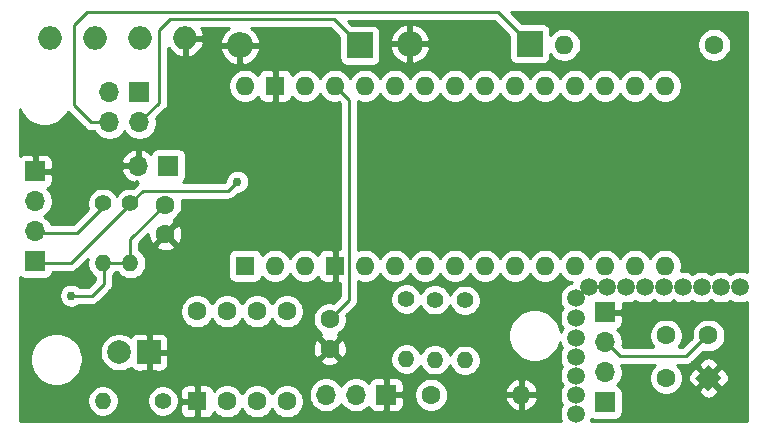
<source format=gbl>
%TF.GenerationSoftware,KiCad,Pcbnew,(5.1.8)-1*%
%TF.CreationDate,2021-02-22T22:06:48-05:00*%
%TF.ProjectId,TTS,5454532e-6b69-4636-9164-5f7063625858,rev?*%
%TF.SameCoordinates,Original*%
%TF.FileFunction,Copper,L2,Bot*%
%TF.FilePolarity,Positive*%
%FSLAX46Y46*%
G04 Gerber Fmt 4.6, Leading zero omitted, Abs format (unit mm)*
G04 Created by KiCad (PCBNEW (5.1.8)-1) date 2021-02-22 22:06:48*
%MOMM*%
%LPD*%
G01*
G04 APERTURE LIST*
%TA.AperFunction,ComponentPad*%
%ADD10C,1.600000*%
%TD*%
%TA.AperFunction,ComponentPad*%
%ADD11O,1.600000X1.600000*%
%TD*%
%TA.AperFunction,ComponentPad*%
%ADD12R,1.600000X1.600000*%
%TD*%
%TA.AperFunction,ComponentPad*%
%ADD13O,1.400000X1.400000*%
%TD*%
%TA.AperFunction,ComponentPad*%
%ADD14C,1.400000*%
%TD*%
%TA.AperFunction,ComponentPad*%
%ADD15O,2.000000X2.000000*%
%TD*%
%TA.AperFunction,ComponentPad*%
%ADD16C,0.100000*%
%TD*%
%TA.AperFunction,ComponentPad*%
%ADD17C,2.000000*%
%TD*%
%TA.AperFunction,ComponentPad*%
%ADD18R,2.000000X2.000000*%
%TD*%
%TA.AperFunction,ComponentPad*%
%ADD19R,2.200000X2.200000*%
%TD*%
%TA.AperFunction,ComponentPad*%
%ADD20O,2.200000X2.200000*%
%TD*%
%TA.AperFunction,ComponentPad*%
%ADD21R,1.700000X1.700000*%
%TD*%
%TA.AperFunction,ComponentPad*%
%ADD22O,1.700000X1.700000*%
%TD*%
%TA.AperFunction,ViaPad*%
%ADD23C,1.500000*%
%TD*%
%TA.AperFunction,ViaPad*%
%ADD24C,0.762000*%
%TD*%
%TA.AperFunction,Conductor*%
%ADD25C,0.254000*%
%TD*%
%TA.AperFunction,Conductor*%
%ADD26C,0.100000*%
%TD*%
G04 APERTURE END LIST*
D10*
%TO.P,R9,1*%
%TO.N,/D3*%
X63246000Y-64516000D03*
D11*
%TO.P,R9,2*%
%TO.N,GND*%
X70866000Y-64516000D03*
%TD*%
D10*
%TO.P,U1,4*%
%TO.N,/TX*%
X43434000Y-57454800D03*
D12*
%TO.P,U1,5*%
%TO.N,GND*%
X43434000Y-65074800D03*
D10*
%TO.P,U1,3*%
%TO.N,/D2*%
X45974000Y-57454800D03*
%TO.P,U1,6*%
%TO.N,Net-(D2-Pad1)*%
X45974000Y-65074800D03*
%TO.P,U1,2*%
%TO.N,/D2*%
X48514000Y-57454800D03*
%TO.P,U1,7*%
%TO.N,Net-(D1-Pad1)*%
X48514000Y-65074800D03*
%TO.P,U1,1*%
%TO.N,/RX*%
X51054000Y-57454800D03*
%TO.P,U1,8*%
%TO.N,Net-(J4-Pad2)*%
X51054000Y-65074800D03*
%TD*%
D13*
%TO.P,R3,2*%
%TO.N,VDD*%
X37795200Y-53390800D03*
D14*
%TO.P,R3,1*%
%TO.N,/A5*%
X37795200Y-48310800D03*
%TD*%
D15*
%TO.P,D3,1*%
%TO.N,/VIN*%
X30988000Y-34340800D03*
%TO.P,D3,2*%
%TO.N,Net-(D3-Pad2)*%
X34798000Y-34340800D03*
%TO.P,D3,3*%
%TO.N,Net-(D3-Pad3)*%
X38608000Y-34340800D03*
%TO.P,D3,4*%
%TO.N,GND*%
X42418000Y-34340800D03*
%TD*%
%TA.AperFunction,ComponentPad*%
D16*
%TO.P,U2,4*%
%TO.N,GND*%
G36*
X86733651Y-61954880D02*
G01*
X87865022Y-63086251D01*
X86733651Y-64217622D01*
X85602280Y-63086251D01*
X86733651Y-61954880D01*
G37*
%TD.AperFunction*%
D10*
%TO.P,U2,1*%
%TO.N,/A5*%
X83141549Y-63086251D03*
%TO.P,U2,2*%
%TO.N,/A4*%
X83141549Y-59494149D03*
%TO.P,U2,3*%
%TO.N,VDD*%
X86733651Y-59494149D03*
%TD*%
D12*
%TO.P,A1,1*%
%TO.N,/TX*%
X47498000Y-53594000D03*
D11*
%TO.P,A1,17*%
%TO.N,VDD*%
X80518000Y-38354000D03*
%TO.P,A1,2*%
%TO.N,/RX*%
X50038000Y-53594000D03*
%TO.P,A1,18*%
%TO.N,/REF*%
X77978000Y-38354000D03*
%TO.P,A1,3*%
%TO.N,/RST_D*%
X52578000Y-53594000D03*
%TO.P,A1,19*%
%TO.N,/A0*%
X75438000Y-38354000D03*
D12*
%TO.P,A1,4*%
%TO.N,GND*%
X55118000Y-53594000D03*
D11*
%TO.P,A1,20*%
%TO.N,/A1*%
X72898000Y-38354000D03*
%TO.P,A1,5*%
%TO.N,/D2*%
X57658000Y-53594000D03*
%TO.P,A1,21*%
%TO.N,/A2*%
X70358000Y-38354000D03*
%TO.P,A1,6*%
%TO.N,/D3*%
X60198000Y-53594000D03*
%TO.P,A1,22*%
%TO.N,/A3*%
X67818000Y-38354000D03*
%TO.P,A1,7*%
%TO.N,/D4*%
X62738000Y-53594000D03*
%TO.P,A1,23*%
%TO.N,/A4*%
X65278000Y-38354000D03*
%TO.P,A1,8*%
%TO.N,/D5*%
X65278000Y-53594000D03*
%TO.P,A1,24*%
%TO.N,/A5*%
X62738000Y-38354000D03*
%TO.P,A1,9*%
%TO.N,/D6*%
X67818000Y-53594000D03*
%TO.P,A1,25*%
%TO.N,/A6*%
X60198000Y-38354000D03*
%TO.P,A1,10*%
%TO.N,/D7*%
X70358000Y-53594000D03*
%TO.P,A1,26*%
%TO.N,/A7*%
X57658000Y-38354000D03*
%TO.P,A1,11*%
%TO.N,/D8*%
X72898000Y-53594000D03*
%TO.P,A1,27*%
%TO.N,VCC*%
X55118000Y-38354000D03*
%TO.P,A1,12*%
%TO.N,/D9*%
X75438000Y-53594000D03*
%TO.P,A1,28*%
%TO.N,/RST_A*%
X52578000Y-38354000D03*
%TO.P,A1,13*%
%TO.N,/D10*%
X77978000Y-53594000D03*
D12*
%TO.P,A1,29*%
%TO.N,GND*%
X50038000Y-38354000D03*
D11*
%TO.P,A1,14*%
%TO.N,/D11*%
X80518000Y-53594000D03*
%TO.P,A1,30*%
%TO.N,/VIN*%
X47498000Y-38354000D03*
%TO.P,A1,15*%
%TO.N,/D12*%
X83058000Y-53594000D03*
%TO.P,A1,16*%
%TO.N,/D13*%
X83058000Y-38354000D03*
%TD*%
D10*
%TO.P,C1,2*%
%TO.N,GND*%
X54660800Y-60615200D03*
%TO.P,C1,1*%
%TO.N,VCC*%
X54660800Y-58115200D03*
%TD*%
%TO.P,C2,1*%
%TO.N,VDD*%
X40741600Y-48412400D03*
%TO.P,C2,2*%
%TO.N,GND*%
X40741600Y-50912400D03*
%TD*%
D17*
%TO.P,D4,2*%
%TO.N,Net-(D4-Pad2)*%
X36830000Y-60909200D03*
D18*
%TO.P,D4,1*%
%TO.N,GND*%
X39370000Y-60909200D03*
%TD*%
D10*
%TO.P,R1,1*%
%TO.N,Net-(D2-Pad1)*%
X87223600Y-34874200D03*
D11*
%TO.P,R1,2*%
%TO.N,Net-(D1-Pad1)*%
X74523600Y-34874200D03*
%TD*%
D14*
%TO.P,R2,1*%
%TO.N,/A4*%
X35458400Y-48310800D03*
D13*
%TO.P,R2,2*%
%TO.N,VDD*%
X35458400Y-53390800D03*
%TD*%
D14*
%TO.P,R8,1*%
%TO.N,/D7*%
X40538400Y-65024000D03*
D13*
%TO.P,R8,2*%
%TO.N,Net-(D4-Pad2)*%
X35458400Y-65024000D03*
%TD*%
D19*
%TO.P,D1,1*%
%TO.N,Net-(D1-Pad1)*%
X57226200Y-34925000D03*
D20*
%TO.P,D1,2*%
%TO.N,GND*%
X47066200Y-34925000D03*
%TD*%
%TO.P,D2,2*%
%TO.N,GND*%
X61442600Y-34798000D03*
D19*
%TO.P,D2,1*%
%TO.N,Net-(D2-Pad1)*%
X71602600Y-34798000D03*
%TD*%
D21*
%TO.P,J2,1*%
%TO.N,/A5*%
X77978000Y-65151000D03*
D22*
%TO.P,J2,2*%
%TO.N,/A4*%
X77978000Y-62611000D03*
%TO.P,J2,3*%
%TO.N,VDD*%
X77978000Y-60071000D03*
D21*
%TO.P,J2,4*%
%TO.N,GND*%
X77978000Y-57531000D03*
%TD*%
D14*
%TO.P,R5,1*%
%TO.N,/D4*%
X61137800Y-56413400D03*
D13*
%TO.P,R5,2*%
%TO.N,/D3*%
X61137800Y-61493400D03*
%TD*%
%TO.P,R6,2*%
%TO.N,/D3*%
X63576200Y-61544200D03*
D14*
%TO.P,R6,1*%
%TO.N,/D5*%
X63576200Y-56464200D03*
%TD*%
%TO.P,R7,1*%
%TO.N,/D6*%
X66116200Y-56515000D03*
D13*
%TO.P,R7,2*%
%TO.N,/D3*%
X66116200Y-61595000D03*
%TD*%
D21*
%TO.P,SW1,1*%
%TO.N,/RST_A*%
X40995600Y-45110400D03*
D22*
%TO.P,SW1,2*%
%TO.N,GND*%
X38455600Y-45110400D03*
%TD*%
D21*
%TO.P,J3,4*%
%TO.N,GND*%
X29718000Y-45593000D03*
D22*
%TO.P,J3,3*%
%TO.N,VDD*%
X29718000Y-48133000D03*
%TO.P,J3,2*%
%TO.N,/A4*%
X29718000Y-50673000D03*
D21*
%TO.P,J3,1*%
%TO.N,/A5*%
X29718000Y-53213000D03*
%TD*%
%TO.P,J1,1*%
%TO.N,Net-(D3-Pad3)*%
X38557200Y-38912800D03*
D22*
%TO.P,J1,2*%
%TO.N,Net-(D3-Pad2)*%
X36017200Y-38912800D03*
%TO.P,J1,3*%
%TO.N,Net-(D1-Pad1)*%
X38557200Y-41452800D03*
%TO.P,J1,4*%
%TO.N,Net-(D2-Pad1)*%
X36017200Y-41452800D03*
%TD*%
D21*
%TO.P,J4,1*%
%TO.N,GND*%
X59436000Y-64516000D03*
D22*
%TO.P,J4,2*%
%TO.N,Net-(J4-Pad2)*%
X56896000Y-64516000D03*
%TO.P,J4,3*%
%TO.N,VCC*%
X54356000Y-64516000D03*
%TD*%
D23*
%TO.N,*%
X75506400Y-61302900D03*
X75506400Y-62890400D03*
X75506400Y-59715400D03*
X75506400Y-58000900D03*
X75506400Y-56349900D03*
X76606400Y-55422800D03*
X78181200Y-55422800D03*
X79756000Y-55398400D03*
X81330800Y-55398400D03*
X82956400Y-55398400D03*
X84569300Y-55398400D03*
X86156800Y-55398400D03*
X75506400Y-64541400D03*
X75506400Y-66128900D03*
X87807800Y-55398400D03*
X89369900Y-55398400D03*
D24*
%TO.N,VDD*%
X32766000Y-56134000D03*
%TO.N,/A5*%
X46837600Y-46467799D03*
%TD*%
D25*
%TO.N,VDD*%
X35458400Y-53390800D02*
X37795200Y-53390800D01*
X37795200Y-51358800D02*
X40741600Y-48412400D01*
X37795200Y-53390800D02*
X37795200Y-51358800D01*
X35560000Y-53340000D02*
X35560000Y-55118000D01*
X35560000Y-55118000D02*
X34544000Y-56134000D01*
X34544000Y-56134000D02*
X32766000Y-56134000D01*
X84836000Y-61214000D02*
X86614000Y-59436000D01*
X79248000Y-61214000D02*
X84836000Y-61214000D01*
X77978000Y-59944000D02*
X79248000Y-61214000D01*
%TO.N,VCC*%
X56299001Y-39535001D02*
X55118000Y-38354000D01*
X56299001Y-56476999D02*
X56299001Y-39535001D01*
X54660800Y-58115200D02*
X56299001Y-56476999D01*
%TO.N,Net-(D1-Pad1)*%
X55016400Y-32715200D02*
X57226200Y-34925000D01*
X41122600Y-32715200D02*
X55016400Y-32715200D01*
X40233600Y-33604200D02*
X41122600Y-32715200D01*
X40233600Y-39776400D02*
X40233600Y-33604200D01*
X38557200Y-41452800D02*
X40233600Y-39776400D01*
%TO.N,Net-(D2-Pad1)*%
X68910200Y-32105600D02*
X71602600Y-34798000D01*
X34137600Y-32105600D02*
X68910200Y-32105600D01*
X33020000Y-33223200D02*
X34137600Y-32105600D01*
X33020000Y-39979600D02*
X33020000Y-33223200D01*
X34493200Y-41452800D02*
X33020000Y-39979600D01*
X36017200Y-41452800D02*
X34493200Y-41452800D01*
%TO.N,/A4*%
X35560000Y-48260000D02*
X35560000Y-48514000D01*
X33274000Y-50800000D02*
X29718000Y-50800000D01*
X35560000Y-48514000D02*
X33274000Y-50800000D01*
%TO.N,/A5*%
X46074000Y-47231399D02*
X46837600Y-46467799D01*
X38874601Y-47231399D02*
X46074000Y-47231399D01*
X37795200Y-48310800D02*
X38874601Y-47231399D01*
X33796201Y-52309799D02*
X37846000Y-48260000D01*
X32766000Y-53340000D02*
X33796201Y-52309799D01*
X29718000Y-53340000D02*
X32766000Y-53340000D01*
%TD*%
%TO.N,GND*%
X89962401Y-54144709D02*
X89773889Y-54066625D01*
X89506311Y-54013400D01*
X89233489Y-54013400D01*
X88965911Y-54066625D01*
X88713857Y-54171029D01*
X88588850Y-54254556D01*
X88463843Y-54171029D01*
X88211789Y-54066625D01*
X87944211Y-54013400D01*
X87671389Y-54013400D01*
X87403811Y-54066625D01*
X87151757Y-54171029D01*
X86982300Y-54284257D01*
X86812843Y-54171029D01*
X86560789Y-54066625D01*
X86293211Y-54013400D01*
X86020389Y-54013400D01*
X85752811Y-54066625D01*
X85500757Y-54171029D01*
X85363050Y-54263042D01*
X85225343Y-54171029D01*
X84973289Y-54066625D01*
X84705711Y-54013400D01*
X84437511Y-54013400D01*
X84437853Y-54012574D01*
X84493000Y-53735335D01*
X84493000Y-53452665D01*
X84437853Y-53175426D01*
X84329680Y-52914273D01*
X84172637Y-52679241D01*
X83972759Y-52479363D01*
X83737727Y-52322320D01*
X83476574Y-52214147D01*
X83199335Y-52159000D01*
X82916665Y-52159000D01*
X82639426Y-52214147D01*
X82378273Y-52322320D01*
X82143241Y-52479363D01*
X81943363Y-52679241D01*
X81788000Y-52911759D01*
X81632637Y-52679241D01*
X81432759Y-52479363D01*
X81197727Y-52322320D01*
X80936574Y-52214147D01*
X80659335Y-52159000D01*
X80376665Y-52159000D01*
X80099426Y-52214147D01*
X79838273Y-52322320D01*
X79603241Y-52479363D01*
X79403363Y-52679241D01*
X79248000Y-52911759D01*
X79092637Y-52679241D01*
X78892759Y-52479363D01*
X78657727Y-52322320D01*
X78396574Y-52214147D01*
X78119335Y-52159000D01*
X77836665Y-52159000D01*
X77559426Y-52214147D01*
X77298273Y-52322320D01*
X77063241Y-52479363D01*
X76863363Y-52679241D01*
X76708000Y-52911759D01*
X76552637Y-52679241D01*
X76352759Y-52479363D01*
X76117727Y-52322320D01*
X75856574Y-52214147D01*
X75579335Y-52159000D01*
X75296665Y-52159000D01*
X75019426Y-52214147D01*
X74758273Y-52322320D01*
X74523241Y-52479363D01*
X74323363Y-52679241D01*
X74168000Y-52911759D01*
X74012637Y-52679241D01*
X73812759Y-52479363D01*
X73577727Y-52322320D01*
X73316574Y-52214147D01*
X73039335Y-52159000D01*
X72756665Y-52159000D01*
X72479426Y-52214147D01*
X72218273Y-52322320D01*
X71983241Y-52479363D01*
X71783363Y-52679241D01*
X71628000Y-52911759D01*
X71472637Y-52679241D01*
X71272759Y-52479363D01*
X71037727Y-52322320D01*
X70776574Y-52214147D01*
X70499335Y-52159000D01*
X70216665Y-52159000D01*
X69939426Y-52214147D01*
X69678273Y-52322320D01*
X69443241Y-52479363D01*
X69243363Y-52679241D01*
X69088000Y-52911759D01*
X68932637Y-52679241D01*
X68732759Y-52479363D01*
X68497727Y-52322320D01*
X68236574Y-52214147D01*
X67959335Y-52159000D01*
X67676665Y-52159000D01*
X67399426Y-52214147D01*
X67138273Y-52322320D01*
X66903241Y-52479363D01*
X66703363Y-52679241D01*
X66548000Y-52911759D01*
X66392637Y-52679241D01*
X66192759Y-52479363D01*
X65957727Y-52322320D01*
X65696574Y-52214147D01*
X65419335Y-52159000D01*
X65136665Y-52159000D01*
X64859426Y-52214147D01*
X64598273Y-52322320D01*
X64363241Y-52479363D01*
X64163363Y-52679241D01*
X64008000Y-52911759D01*
X63852637Y-52679241D01*
X63652759Y-52479363D01*
X63417727Y-52322320D01*
X63156574Y-52214147D01*
X62879335Y-52159000D01*
X62596665Y-52159000D01*
X62319426Y-52214147D01*
X62058273Y-52322320D01*
X61823241Y-52479363D01*
X61623363Y-52679241D01*
X61468000Y-52911759D01*
X61312637Y-52679241D01*
X61112759Y-52479363D01*
X60877727Y-52322320D01*
X60616574Y-52214147D01*
X60339335Y-52159000D01*
X60056665Y-52159000D01*
X59779426Y-52214147D01*
X59518273Y-52322320D01*
X59283241Y-52479363D01*
X59083363Y-52679241D01*
X58928000Y-52911759D01*
X58772637Y-52679241D01*
X58572759Y-52479363D01*
X58337727Y-52322320D01*
X58076574Y-52214147D01*
X57799335Y-52159000D01*
X57516665Y-52159000D01*
X57239426Y-52214147D01*
X57061001Y-52288053D01*
X57061001Y-39659947D01*
X57239426Y-39733853D01*
X57516665Y-39789000D01*
X57799335Y-39789000D01*
X58076574Y-39733853D01*
X58337727Y-39625680D01*
X58572759Y-39468637D01*
X58772637Y-39268759D01*
X58928000Y-39036241D01*
X59083363Y-39268759D01*
X59283241Y-39468637D01*
X59518273Y-39625680D01*
X59779426Y-39733853D01*
X60056665Y-39789000D01*
X60339335Y-39789000D01*
X60616574Y-39733853D01*
X60877727Y-39625680D01*
X61112759Y-39468637D01*
X61312637Y-39268759D01*
X61468000Y-39036241D01*
X61623363Y-39268759D01*
X61823241Y-39468637D01*
X62058273Y-39625680D01*
X62319426Y-39733853D01*
X62596665Y-39789000D01*
X62879335Y-39789000D01*
X63156574Y-39733853D01*
X63417727Y-39625680D01*
X63652759Y-39468637D01*
X63852637Y-39268759D01*
X64008000Y-39036241D01*
X64163363Y-39268759D01*
X64363241Y-39468637D01*
X64598273Y-39625680D01*
X64859426Y-39733853D01*
X65136665Y-39789000D01*
X65419335Y-39789000D01*
X65696574Y-39733853D01*
X65957727Y-39625680D01*
X66192759Y-39468637D01*
X66392637Y-39268759D01*
X66548000Y-39036241D01*
X66703363Y-39268759D01*
X66903241Y-39468637D01*
X67138273Y-39625680D01*
X67399426Y-39733853D01*
X67676665Y-39789000D01*
X67959335Y-39789000D01*
X68236574Y-39733853D01*
X68497727Y-39625680D01*
X68732759Y-39468637D01*
X68932637Y-39268759D01*
X69088000Y-39036241D01*
X69243363Y-39268759D01*
X69443241Y-39468637D01*
X69678273Y-39625680D01*
X69939426Y-39733853D01*
X70216665Y-39789000D01*
X70499335Y-39789000D01*
X70776574Y-39733853D01*
X71037727Y-39625680D01*
X71272759Y-39468637D01*
X71472637Y-39268759D01*
X71628000Y-39036241D01*
X71783363Y-39268759D01*
X71983241Y-39468637D01*
X72218273Y-39625680D01*
X72479426Y-39733853D01*
X72756665Y-39789000D01*
X73039335Y-39789000D01*
X73316574Y-39733853D01*
X73577727Y-39625680D01*
X73812759Y-39468637D01*
X74012637Y-39268759D01*
X74168000Y-39036241D01*
X74323363Y-39268759D01*
X74523241Y-39468637D01*
X74758273Y-39625680D01*
X75019426Y-39733853D01*
X75296665Y-39789000D01*
X75579335Y-39789000D01*
X75856574Y-39733853D01*
X76117727Y-39625680D01*
X76352759Y-39468637D01*
X76552637Y-39268759D01*
X76708000Y-39036241D01*
X76863363Y-39268759D01*
X77063241Y-39468637D01*
X77298273Y-39625680D01*
X77559426Y-39733853D01*
X77836665Y-39789000D01*
X78119335Y-39789000D01*
X78396574Y-39733853D01*
X78657727Y-39625680D01*
X78892759Y-39468637D01*
X79092637Y-39268759D01*
X79248000Y-39036241D01*
X79403363Y-39268759D01*
X79603241Y-39468637D01*
X79838273Y-39625680D01*
X80099426Y-39733853D01*
X80376665Y-39789000D01*
X80659335Y-39789000D01*
X80936574Y-39733853D01*
X81197727Y-39625680D01*
X81432759Y-39468637D01*
X81632637Y-39268759D01*
X81788000Y-39036241D01*
X81943363Y-39268759D01*
X82143241Y-39468637D01*
X82378273Y-39625680D01*
X82639426Y-39733853D01*
X82916665Y-39789000D01*
X83199335Y-39789000D01*
X83476574Y-39733853D01*
X83737727Y-39625680D01*
X83972759Y-39468637D01*
X84172637Y-39268759D01*
X84329680Y-39033727D01*
X84437853Y-38772574D01*
X84493000Y-38495335D01*
X84493000Y-38212665D01*
X84437853Y-37935426D01*
X84329680Y-37674273D01*
X84172637Y-37439241D01*
X83972759Y-37239363D01*
X83737727Y-37082320D01*
X83476574Y-36974147D01*
X83199335Y-36919000D01*
X82916665Y-36919000D01*
X82639426Y-36974147D01*
X82378273Y-37082320D01*
X82143241Y-37239363D01*
X81943363Y-37439241D01*
X81788000Y-37671759D01*
X81632637Y-37439241D01*
X81432759Y-37239363D01*
X81197727Y-37082320D01*
X80936574Y-36974147D01*
X80659335Y-36919000D01*
X80376665Y-36919000D01*
X80099426Y-36974147D01*
X79838273Y-37082320D01*
X79603241Y-37239363D01*
X79403363Y-37439241D01*
X79248000Y-37671759D01*
X79092637Y-37439241D01*
X78892759Y-37239363D01*
X78657727Y-37082320D01*
X78396574Y-36974147D01*
X78119335Y-36919000D01*
X77836665Y-36919000D01*
X77559426Y-36974147D01*
X77298273Y-37082320D01*
X77063241Y-37239363D01*
X76863363Y-37439241D01*
X76708000Y-37671759D01*
X76552637Y-37439241D01*
X76352759Y-37239363D01*
X76117727Y-37082320D01*
X75856574Y-36974147D01*
X75579335Y-36919000D01*
X75296665Y-36919000D01*
X75019426Y-36974147D01*
X74758273Y-37082320D01*
X74523241Y-37239363D01*
X74323363Y-37439241D01*
X74168000Y-37671759D01*
X74012637Y-37439241D01*
X73812759Y-37239363D01*
X73577727Y-37082320D01*
X73316574Y-36974147D01*
X73039335Y-36919000D01*
X72756665Y-36919000D01*
X72479426Y-36974147D01*
X72218273Y-37082320D01*
X71983241Y-37239363D01*
X71783363Y-37439241D01*
X71628000Y-37671759D01*
X71472637Y-37439241D01*
X71272759Y-37239363D01*
X71037727Y-37082320D01*
X70776574Y-36974147D01*
X70499335Y-36919000D01*
X70216665Y-36919000D01*
X69939426Y-36974147D01*
X69678273Y-37082320D01*
X69443241Y-37239363D01*
X69243363Y-37439241D01*
X69088000Y-37671759D01*
X68932637Y-37439241D01*
X68732759Y-37239363D01*
X68497727Y-37082320D01*
X68236574Y-36974147D01*
X67959335Y-36919000D01*
X67676665Y-36919000D01*
X67399426Y-36974147D01*
X67138273Y-37082320D01*
X66903241Y-37239363D01*
X66703363Y-37439241D01*
X66548000Y-37671759D01*
X66392637Y-37439241D01*
X66192759Y-37239363D01*
X65957727Y-37082320D01*
X65696574Y-36974147D01*
X65419335Y-36919000D01*
X65136665Y-36919000D01*
X64859426Y-36974147D01*
X64598273Y-37082320D01*
X64363241Y-37239363D01*
X64163363Y-37439241D01*
X64008000Y-37671759D01*
X63852637Y-37439241D01*
X63652759Y-37239363D01*
X63417727Y-37082320D01*
X63156574Y-36974147D01*
X62879335Y-36919000D01*
X62596665Y-36919000D01*
X62319426Y-36974147D01*
X62058273Y-37082320D01*
X61823241Y-37239363D01*
X61623363Y-37439241D01*
X61468000Y-37671759D01*
X61312637Y-37439241D01*
X61112759Y-37239363D01*
X60877727Y-37082320D01*
X60616574Y-36974147D01*
X60339335Y-36919000D01*
X60056665Y-36919000D01*
X59779426Y-36974147D01*
X59518273Y-37082320D01*
X59283241Y-37239363D01*
X59083363Y-37439241D01*
X58928000Y-37671759D01*
X58772637Y-37439241D01*
X58572759Y-37239363D01*
X58337727Y-37082320D01*
X58076574Y-36974147D01*
X57799335Y-36919000D01*
X57516665Y-36919000D01*
X57239426Y-36974147D01*
X56978273Y-37082320D01*
X56743241Y-37239363D01*
X56543363Y-37439241D01*
X56388000Y-37671759D01*
X56232637Y-37439241D01*
X56032759Y-37239363D01*
X55797727Y-37082320D01*
X55536574Y-36974147D01*
X55259335Y-36919000D01*
X54976665Y-36919000D01*
X54699426Y-36974147D01*
X54438273Y-37082320D01*
X54203241Y-37239363D01*
X54003363Y-37439241D01*
X53848000Y-37671759D01*
X53692637Y-37439241D01*
X53492759Y-37239363D01*
X53257727Y-37082320D01*
X52996574Y-36974147D01*
X52719335Y-36919000D01*
X52436665Y-36919000D01*
X52159426Y-36974147D01*
X51898273Y-37082320D01*
X51663241Y-37239363D01*
X51464643Y-37437961D01*
X51463812Y-37429518D01*
X51427502Y-37309820D01*
X51368537Y-37199506D01*
X51289185Y-37102815D01*
X51192494Y-37023463D01*
X51082180Y-36964498D01*
X50962482Y-36928188D01*
X50838000Y-36915928D01*
X50323750Y-36919000D01*
X50165000Y-37077750D01*
X50165000Y-38227000D01*
X50185000Y-38227000D01*
X50185000Y-38481000D01*
X50165000Y-38481000D01*
X50165000Y-39630250D01*
X50323750Y-39789000D01*
X50838000Y-39792072D01*
X50962482Y-39779812D01*
X51082180Y-39743502D01*
X51192494Y-39684537D01*
X51289185Y-39605185D01*
X51368537Y-39508494D01*
X51427502Y-39398180D01*
X51463812Y-39278482D01*
X51464643Y-39270039D01*
X51663241Y-39468637D01*
X51898273Y-39625680D01*
X52159426Y-39733853D01*
X52436665Y-39789000D01*
X52719335Y-39789000D01*
X52996574Y-39733853D01*
X53257727Y-39625680D01*
X53492759Y-39468637D01*
X53692637Y-39268759D01*
X53848000Y-39036241D01*
X54003363Y-39268759D01*
X54203241Y-39468637D01*
X54438273Y-39625680D01*
X54699426Y-39733853D01*
X54976665Y-39789000D01*
X55259335Y-39789000D01*
X55439527Y-39753157D01*
X55537002Y-39850632D01*
X55537001Y-52158204D01*
X55403750Y-52159000D01*
X55245000Y-52317750D01*
X55245000Y-53467000D01*
X55265000Y-53467000D01*
X55265000Y-53721000D01*
X55245000Y-53721000D01*
X55245000Y-54870250D01*
X55403750Y-55029000D01*
X55537001Y-55029796D01*
X55537001Y-56161368D01*
X54982327Y-56716043D01*
X54802135Y-56680200D01*
X54519465Y-56680200D01*
X54242226Y-56735347D01*
X53981073Y-56843520D01*
X53746041Y-57000563D01*
X53546163Y-57200441D01*
X53389120Y-57435473D01*
X53280947Y-57696626D01*
X53225800Y-57973865D01*
X53225800Y-58256535D01*
X53280947Y-58533774D01*
X53389120Y-58794927D01*
X53546163Y-59029959D01*
X53746041Y-59229837D01*
X53946669Y-59363892D01*
X53919286Y-59378529D01*
X53847703Y-59622498D01*
X54660800Y-60435595D01*
X55473897Y-59622498D01*
X55402314Y-59378529D01*
X55373459Y-59364876D01*
X55575559Y-59229837D01*
X55775437Y-59029959D01*
X55932480Y-58794927D01*
X56040653Y-58533774D01*
X56095800Y-58256535D01*
X56095800Y-57973865D01*
X56059957Y-57793673D01*
X56811354Y-57042277D01*
X56840423Y-57018421D01*
X56935646Y-56902391D01*
X57006403Y-56770014D01*
X57049975Y-56626377D01*
X57061001Y-56514425D01*
X57061001Y-56514423D01*
X57064687Y-56477000D01*
X57061001Y-56439577D01*
X57061001Y-56281914D01*
X59802800Y-56281914D01*
X59802800Y-56544886D01*
X59854104Y-56802805D01*
X59954739Y-57045759D01*
X60100838Y-57264413D01*
X60286787Y-57450362D01*
X60505441Y-57596461D01*
X60748395Y-57697096D01*
X61006314Y-57748400D01*
X61269286Y-57748400D01*
X61527205Y-57697096D01*
X61770159Y-57596461D01*
X61988813Y-57450362D01*
X62174762Y-57264413D01*
X62320861Y-57045759D01*
X62346479Y-56983912D01*
X62393139Y-57096559D01*
X62539238Y-57315213D01*
X62725187Y-57501162D01*
X62943841Y-57647261D01*
X63186795Y-57747896D01*
X63444714Y-57799200D01*
X63707686Y-57799200D01*
X63965605Y-57747896D01*
X64208559Y-57647261D01*
X64427213Y-57501162D01*
X64613162Y-57315213D01*
X64759261Y-57096559D01*
X64835679Y-56912070D01*
X64933139Y-57147359D01*
X65079238Y-57366013D01*
X65265187Y-57551962D01*
X65483841Y-57698061D01*
X65726795Y-57798696D01*
X65984714Y-57850000D01*
X66247686Y-57850000D01*
X66505605Y-57798696D01*
X66748559Y-57698061D01*
X66967213Y-57551962D01*
X67153162Y-57366013D01*
X67299261Y-57147359D01*
X67399896Y-56904405D01*
X67451200Y-56646486D01*
X67451200Y-56383514D01*
X67399896Y-56125595D01*
X67299261Y-55882641D01*
X67153162Y-55663987D01*
X66967213Y-55478038D01*
X66748559Y-55331939D01*
X66505605Y-55231304D01*
X66247686Y-55180000D01*
X65984714Y-55180000D01*
X65726795Y-55231304D01*
X65483841Y-55331939D01*
X65265187Y-55478038D01*
X65079238Y-55663987D01*
X64933139Y-55882641D01*
X64856721Y-56067130D01*
X64759261Y-55831841D01*
X64613162Y-55613187D01*
X64427213Y-55427238D01*
X64208559Y-55281139D01*
X63965605Y-55180504D01*
X63707686Y-55129200D01*
X63444714Y-55129200D01*
X63186795Y-55180504D01*
X62943841Y-55281139D01*
X62725187Y-55427238D01*
X62539238Y-55613187D01*
X62393139Y-55831841D01*
X62367521Y-55893688D01*
X62320861Y-55781041D01*
X62174762Y-55562387D01*
X61988813Y-55376438D01*
X61770159Y-55230339D01*
X61527205Y-55129704D01*
X61269286Y-55078400D01*
X61006314Y-55078400D01*
X60748395Y-55129704D01*
X60505441Y-55230339D01*
X60286787Y-55376438D01*
X60100838Y-55562387D01*
X59954739Y-55781041D01*
X59854104Y-56023995D01*
X59802800Y-56281914D01*
X57061001Y-56281914D01*
X57061001Y-54899947D01*
X57239426Y-54973853D01*
X57516665Y-55029000D01*
X57799335Y-55029000D01*
X58076574Y-54973853D01*
X58337727Y-54865680D01*
X58572759Y-54708637D01*
X58772637Y-54508759D01*
X58928000Y-54276241D01*
X59083363Y-54508759D01*
X59283241Y-54708637D01*
X59518273Y-54865680D01*
X59779426Y-54973853D01*
X60056665Y-55029000D01*
X60339335Y-55029000D01*
X60616574Y-54973853D01*
X60877727Y-54865680D01*
X61112759Y-54708637D01*
X61312637Y-54508759D01*
X61468000Y-54276241D01*
X61623363Y-54508759D01*
X61823241Y-54708637D01*
X62058273Y-54865680D01*
X62319426Y-54973853D01*
X62596665Y-55029000D01*
X62879335Y-55029000D01*
X63156574Y-54973853D01*
X63417727Y-54865680D01*
X63652759Y-54708637D01*
X63852637Y-54508759D01*
X64008000Y-54276241D01*
X64163363Y-54508759D01*
X64363241Y-54708637D01*
X64598273Y-54865680D01*
X64859426Y-54973853D01*
X65136665Y-55029000D01*
X65419335Y-55029000D01*
X65696574Y-54973853D01*
X65957727Y-54865680D01*
X66192759Y-54708637D01*
X66392637Y-54508759D01*
X66548000Y-54276241D01*
X66703363Y-54508759D01*
X66903241Y-54708637D01*
X67138273Y-54865680D01*
X67399426Y-54973853D01*
X67676665Y-55029000D01*
X67959335Y-55029000D01*
X68236574Y-54973853D01*
X68497727Y-54865680D01*
X68732759Y-54708637D01*
X68932637Y-54508759D01*
X69088000Y-54276241D01*
X69243363Y-54508759D01*
X69443241Y-54708637D01*
X69678273Y-54865680D01*
X69939426Y-54973853D01*
X70216665Y-55029000D01*
X70499335Y-55029000D01*
X70776574Y-54973853D01*
X71037727Y-54865680D01*
X71272759Y-54708637D01*
X71472637Y-54508759D01*
X71628000Y-54276241D01*
X71783363Y-54508759D01*
X71983241Y-54708637D01*
X72218273Y-54865680D01*
X72479426Y-54973853D01*
X72756665Y-55029000D01*
X73039335Y-55029000D01*
X73316574Y-54973853D01*
X73577727Y-54865680D01*
X73812759Y-54708637D01*
X74012637Y-54508759D01*
X74168000Y-54276241D01*
X74323363Y-54508759D01*
X74523241Y-54708637D01*
X74758273Y-54865680D01*
X75019426Y-54973853D01*
X75172202Y-55004243D01*
X75102411Y-55018125D01*
X74850357Y-55122529D01*
X74623514Y-55274101D01*
X74430601Y-55467014D01*
X74279029Y-55693857D01*
X74174625Y-55945911D01*
X74121400Y-56213489D01*
X74121400Y-56486311D01*
X74174625Y-56753889D01*
X74279029Y-57005943D01*
X74392257Y-57175400D01*
X74279029Y-57344857D01*
X74174625Y-57596911D01*
X74121400Y-57864489D01*
X74121400Y-58137311D01*
X74174625Y-58404889D01*
X74279029Y-58656943D01*
X74413472Y-58858150D01*
X74279029Y-59059357D01*
X74219651Y-59202708D01*
X74149110Y-58848075D01*
X73980631Y-58441331D01*
X73736038Y-58075271D01*
X73424729Y-57763962D01*
X73058669Y-57519369D01*
X72651925Y-57350890D01*
X72220128Y-57265000D01*
X71779872Y-57265000D01*
X71348075Y-57350890D01*
X70941331Y-57519369D01*
X70575271Y-57763962D01*
X70263962Y-58075271D01*
X70019369Y-58441331D01*
X69850890Y-58848075D01*
X69765000Y-59279872D01*
X69765000Y-59720128D01*
X69850890Y-60151925D01*
X70019369Y-60558669D01*
X70263962Y-60924729D01*
X70575271Y-61236038D01*
X70941331Y-61480631D01*
X71348075Y-61649110D01*
X71779872Y-61735000D01*
X72220128Y-61735000D01*
X72651925Y-61649110D01*
X73058669Y-61480631D01*
X73424729Y-61236038D01*
X73736038Y-60924729D01*
X73980631Y-60558669D01*
X74149110Y-60151925D01*
X74165103Y-60071521D01*
X74174625Y-60119389D01*
X74279029Y-60371443D01*
X74371042Y-60509150D01*
X74279029Y-60646857D01*
X74174625Y-60898911D01*
X74121400Y-61166489D01*
X74121400Y-61439311D01*
X74174625Y-61706889D01*
X74279029Y-61958943D01*
X74371042Y-62096650D01*
X74279029Y-62234357D01*
X74174625Y-62486411D01*
X74121400Y-62753989D01*
X74121400Y-63026811D01*
X74174625Y-63294389D01*
X74279029Y-63546443D01*
X74392257Y-63715900D01*
X74279029Y-63885357D01*
X74174625Y-64137411D01*
X74121400Y-64404989D01*
X74121400Y-64677811D01*
X74174625Y-64945389D01*
X74279029Y-65197443D01*
X74371042Y-65335150D01*
X74279029Y-65472857D01*
X74174625Y-65724911D01*
X74121400Y-65992489D01*
X74121400Y-66265311D01*
X74174625Y-66532889D01*
X74253901Y-66724277D01*
X28422200Y-66726173D01*
X28422200Y-64892514D01*
X34123400Y-64892514D01*
X34123400Y-65155486D01*
X34174704Y-65413405D01*
X34275339Y-65656359D01*
X34421438Y-65875013D01*
X34607387Y-66060962D01*
X34826041Y-66207061D01*
X35068995Y-66307696D01*
X35326914Y-66359000D01*
X35589886Y-66359000D01*
X35847805Y-66307696D01*
X36090759Y-66207061D01*
X36309413Y-66060962D01*
X36495362Y-65875013D01*
X36641461Y-65656359D01*
X36742096Y-65413405D01*
X36793400Y-65155486D01*
X36793400Y-64892514D01*
X39203400Y-64892514D01*
X39203400Y-65155486D01*
X39254704Y-65413405D01*
X39355339Y-65656359D01*
X39501438Y-65875013D01*
X39687387Y-66060962D01*
X39906041Y-66207061D01*
X40148995Y-66307696D01*
X40406914Y-66359000D01*
X40669886Y-66359000D01*
X40927805Y-66307696D01*
X41170759Y-66207061D01*
X41389413Y-66060962D01*
X41575362Y-65875013D01*
X41575504Y-65874800D01*
X41995928Y-65874800D01*
X42008188Y-65999282D01*
X42044498Y-66118980D01*
X42103463Y-66229294D01*
X42182815Y-66325985D01*
X42279506Y-66405337D01*
X42389820Y-66464302D01*
X42509518Y-66500612D01*
X42634000Y-66512872D01*
X43148250Y-66509800D01*
X43307000Y-66351050D01*
X43307000Y-65201800D01*
X42157750Y-65201800D01*
X41999000Y-65360550D01*
X41995928Y-65874800D01*
X41575504Y-65874800D01*
X41721461Y-65656359D01*
X41822096Y-65413405D01*
X41873400Y-65155486D01*
X41873400Y-64892514D01*
X41822096Y-64634595D01*
X41721461Y-64391641D01*
X41643391Y-64274800D01*
X41995928Y-64274800D01*
X41999000Y-64789050D01*
X42157750Y-64947800D01*
X43307000Y-64947800D01*
X43307000Y-63798550D01*
X43561000Y-63798550D01*
X43561000Y-64947800D01*
X43581000Y-64947800D01*
X43581000Y-65201800D01*
X43561000Y-65201800D01*
X43561000Y-66351050D01*
X43719750Y-66509800D01*
X44234000Y-66512872D01*
X44358482Y-66500612D01*
X44478180Y-66464302D01*
X44588494Y-66405337D01*
X44685185Y-66325985D01*
X44764537Y-66229294D01*
X44823502Y-66118980D01*
X44859812Y-65999282D01*
X44860643Y-65990839D01*
X45059241Y-66189437D01*
X45294273Y-66346480D01*
X45555426Y-66454653D01*
X45832665Y-66509800D01*
X46115335Y-66509800D01*
X46392574Y-66454653D01*
X46653727Y-66346480D01*
X46888759Y-66189437D01*
X47088637Y-65989559D01*
X47244000Y-65757041D01*
X47399363Y-65989559D01*
X47599241Y-66189437D01*
X47834273Y-66346480D01*
X48095426Y-66454653D01*
X48372665Y-66509800D01*
X48655335Y-66509800D01*
X48932574Y-66454653D01*
X49193727Y-66346480D01*
X49428759Y-66189437D01*
X49628637Y-65989559D01*
X49784000Y-65757041D01*
X49939363Y-65989559D01*
X50139241Y-66189437D01*
X50374273Y-66346480D01*
X50635426Y-66454653D01*
X50912665Y-66509800D01*
X51195335Y-66509800D01*
X51472574Y-66454653D01*
X51733727Y-66346480D01*
X51968759Y-66189437D01*
X52168637Y-65989559D01*
X52325680Y-65754527D01*
X52433853Y-65493374D01*
X52489000Y-65216135D01*
X52489000Y-64933465D01*
X52433853Y-64656226D01*
X52325680Y-64395073D01*
X52308754Y-64369740D01*
X52871000Y-64369740D01*
X52871000Y-64662260D01*
X52928068Y-64949158D01*
X53040010Y-65219411D01*
X53202525Y-65462632D01*
X53409368Y-65669475D01*
X53652589Y-65831990D01*
X53922842Y-65943932D01*
X54209740Y-66001000D01*
X54502260Y-66001000D01*
X54789158Y-65943932D01*
X55059411Y-65831990D01*
X55302632Y-65669475D01*
X55509475Y-65462632D01*
X55626000Y-65288240D01*
X55742525Y-65462632D01*
X55949368Y-65669475D01*
X56192589Y-65831990D01*
X56462842Y-65943932D01*
X56749740Y-66001000D01*
X57042260Y-66001000D01*
X57329158Y-65943932D01*
X57599411Y-65831990D01*
X57842632Y-65669475D01*
X57974487Y-65537620D01*
X57996498Y-65610180D01*
X58055463Y-65720494D01*
X58134815Y-65817185D01*
X58231506Y-65896537D01*
X58341820Y-65955502D01*
X58461518Y-65991812D01*
X58586000Y-66004072D01*
X59150250Y-66001000D01*
X59309000Y-65842250D01*
X59309000Y-64643000D01*
X59563000Y-64643000D01*
X59563000Y-65842250D01*
X59721750Y-66001000D01*
X60286000Y-66004072D01*
X60410482Y-65991812D01*
X60530180Y-65955502D01*
X60640494Y-65896537D01*
X60737185Y-65817185D01*
X60816537Y-65720494D01*
X60875502Y-65610180D01*
X60911812Y-65490482D01*
X60924072Y-65366000D01*
X60921000Y-64801750D01*
X60762250Y-64643000D01*
X59563000Y-64643000D01*
X59309000Y-64643000D01*
X59289000Y-64643000D01*
X59289000Y-64389000D01*
X59309000Y-64389000D01*
X59309000Y-63189750D01*
X59563000Y-63189750D01*
X59563000Y-64389000D01*
X60762250Y-64389000D01*
X60776585Y-64374665D01*
X61811000Y-64374665D01*
X61811000Y-64657335D01*
X61866147Y-64934574D01*
X61974320Y-65195727D01*
X62131363Y-65430759D01*
X62331241Y-65630637D01*
X62566273Y-65787680D01*
X62827426Y-65895853D01*
X63104665Y-65951000D01*
X63387335Y-65951000D01*
X63664574Y-65895853D01*
X63925727Y-65787680D01*
X64160759Y-65630637D01*
X64360637Y-65430759D01*
X64517680Y-65195727D01*
X64625853Y-64934574D01*
X64639684Y-64865039D01*
X69474096Y-64865039D01*
X69514754Y-64999087D01*
X69634963Y-65253420D01*
X69802481Y-65479414D01*
X70010869Y-65668385D01*
X70252119Y-65813070D01*
X70516960Y-65907909D01*
X70739000Y-65786624D01*
X70739000Y-64643000D01*
X70993000Y-64643000D01*
X70993000Y-65786624D01*
X71215040Y-65907909D01*
X71479881Y-65813070D01*
X71721131Y-65668385D01*
X71929519Y-65479414D01*
X72097037Y-65253420D01*
X72217246Y-64999087D01*
X72257904Y-64865039D01*
X72135915Y-64643000D01*
X70993000Y-64643000D01*
X70739000Y-64643000D01*
X69596085Y-64643000D01*
X69474096Y-64865039D01*
X64639684Y-64865039D01*
X64681000Y-64657335D01*
X64681000Y-64374665D01*
X64639685Y-64166961D01*
X69474096Y-64166961D01*
X69596085Y-64389000D01*
X70739000Y-64389000D01*
X70739000Y-63245376D01*
X70993000Y-63245376D01*
X70993000Y-64389000D01*
X72135915Y-64389000D01*
X72257904Y-64166961D01*
X72217246Y-64032913D01*
X72097037Y-63778580D01*
X71929519Y-63552586D01*
X71721131Y-63363615D01*
X71479881Y-63218930D01*
X71215040Y-63124091D01*
X70993000Y-63245376D01*
X70739000Y-63245376D01*
X70516960Y-63124091D01*
X70252119Y-63218930D01*
X70010869Y-63363615D01*
X69802481Y-63552586D01*
X69634963Y-63778580D01*
X69514754Y-64032913D01*
X69474096Y-64166961D01*
X64639685Y-64166961D01*
X64625853Y-64097426D01*
X64517680Y-63836273D01*
X64360637Y-63601241D01*
X64160759Y-63401363D01*
X63925727Y-63244320D01*
X63664574Y-63136147D01*
X63387335Y-63081000D01*
X63104665Y-63081000D01*
X62827426Y-63136147D01*
X62566273Y-63244320D01*
X62331241Y-63401363D01*
X62131363Y-63601241D01*
X61974320Y-63836273D01*
X61866147Y-64097426D01*
X61811000Y-64374665D01*
X60776585Y-64374665D01*
X60921000Y-64230250D01*
X60924072Y-63666000D01*
X60911812Y-63541518D01*
X60875502Y-63421820D01*
X60816537Y-63311506D01*
X60737185Y-63214815D01*
X60640494Y-63135463D01*
X60530180Y-63076498D01*
X60410482Y-63040188D01*
X60286000Y-63027928D01*
X59721750Y-63031000D01*
X59563000Y-63189750D01*
X59309000Y-63189750D01*
X59150250Y-63031000D01*
X58586000Y-63027928D01*
X58461518Y-63040188D01*
X58341820Y-63076498D01*
X58231506Y-63135463D01*
X58134815Y-63214815D01*
X58055463Y-63311506D01*
X57996498Y-63421820D01*
X57974487Y-63494380D01*
X57842632Y-63362525D01*
X57599411Y-63200010D01*
X57329158Y-63088068D01*
X57042260Y-63031000D01*
X56749740Y-63031000D01*
X56462842Y-63088068D01*
X56192589Y-63200010D01*
X55949368Y-63362525D01*
X55742525Y-63569368D01*
X55626000Y-63743760D01*
X55509475Y-63569368D01*
X55302632Y-63362525D01*
X55059411Y-63200010D01*
X54789158Y-63088068D01*
X54502260Y-63031000D01*
X54209740Y-63031000D01*
X53922842Y-63088068D01*
X53652589Y-63200010D01*
X53409368Y-63362525D01*
X53202525Y-63569368D01*
X53040010Y-63812589D01*
X52928068Y-64082842D01*
X52871000Y-64369740D01*
X52308754Y-64369740D01*
X52168637Y-64160041D01*
X51968759Y-63960163D01*
X51733727Y-63803120D01*
X51472574Y-63694947D01*
X51195335Y-63639800D01*
X50912665Y-63639800D01*
X50635426Y-63694947D01*
X50374273Y-63803120D01*
X50139241Y-63960163D01*
X49939363Y-64160041D01*
X49784000Y-64392559D01*
X49628637Y-64160041D01*
X49428759Y-63960163D01*
X49193727Y-63803120D01*
X48932574Y-63694947D01*
X48655335Y-63639800D01*
X48372665Y-63639800D01*
X48095426Y-63694947D01*
X47834273Y-63803120D01*
X47599241Y-63960163D01*
X47399363Y-64160041D01*
X47244000Y-64392559D01*
X47088637Y-64160041D01*
X46888759Y-63960163D01*
X46653727Y-63803120D01*
X46392574Y-63694947D01*
X46115335Y-63639800D01*
X45832665Y-63639800D01*
X45555426Y-63694947D01*
X45294273Y-63803120D01*
X45059241Y-63960163D01*
X44860643Y-64158761D01*
X44859812Y-64150318D01*
X44823502Y-64030620D01*
X44764537Y-63920306D01*
X44685185Y-63823615D01*
X44588494Y-63744263D01*
X44478180Y-63685298D01*
X44358482Y-63648988D01*
X44234000Y-63636728D01*
X43719750Y-63639800D01*
X43561000Y-63798550D01*
X43307000Y-63798550D01*
X43148250Y-63639800D01*
X42634000Y-63636728D01*
X42509518Y-63648988D01*
X42389820Y-63685298D01*
X42279506Y-63744263D01*
X42182815Y-63823615D01*
X42103463Y-63920306D01*
X42044498Y-64030620D01*
X42008188Y-64150318D01*
X41995928Y-64274800D01*
X41643391Y-64274800D01*
X41575362Y-64172987D01*
X41389413Y-63987038D01*
X41170759Y-63840939D01*
X40927805Y-63740304D01*
X40669886Y-63689000D01*
X40406914Y-63689000D01*
X40148995Y-63740304D01*
X39906041Y-63840939D01*
X39687387Y-63987038D01*
X39501438Y-64172987D01*
X39355339Y-64391641D01*
X39254704Y-64634595D01*
X39203400Y-64892514D01*
X36793400Y-64892514D01*
X36742096Y-64634595D01*
X36641461Y-64391641D01*
X36495362Y-64172987D01*
X36309413Y-63987038D01*
X36090759Y-63840939D01*
X35847805Y-63740304D01*
X35589886Y-63689000D01*
X35326914Y-63689000D01*
X35068995Y-63740304D01*
X34826041Y-63840939D01*
X34607387Y-63987038D01*
X34421438Y-64172987D01*
X34275339Y-64391641D01*
X34174704Y-64634595D01*
X34123400Y-64892514D01*
X28422200Y-64892514D01*
X28422200Y-61279872D01*
X29265000Y-61279872D01*
X29265000Y-61720128D01*
X29350890Y-62151925D01*
X29519369Y-62558669D01*
X29763962Y-62924729D01*
X30075271Y-63236038D01*
X30441331Y-63480631D01*
X30848075Y-63649110D01*
X31279872Y-63735000D01*
X31720128Y-63735000D01*
X32151925Y-63649110D01*
X32558669Y-63480631D01*
X32924729Y-63236038D01*
X33236038Y-62924729D01*
X33480631Y-62558669D01*
X33649110Y-62151925D01*
X33735000Y-61720128D01*
X33735000Y-61279872D01*
X33649110Y-60848075D01*
X33607727Y-60748167D01*
X35195000Y-60748167D01*
X35195000Y-61070233D01*
X35257832Y-61386112D01*
X35381082Y-61683663D01*
X35560013Y-61951452D01*
X35787748Y-62179187D01*
X36055537Y-62358118D01*
X36353088Y-62481368D01*
X36668967Y-62544200D01*
X36991033Y-62544200D01*
X37306912Y-62481368D01*
X37604463Y-62358118D01*
X37814809Y-62217570D01*
X37839463Y-62263694D01*
X37918815Y-62360385D01*
X38015506Y-62439737D01*
X38125820Y-62498702D01*
X38245518Y-62535012D01*
X38370000Y-62547272D01*
X39084250Y-62544200D01*
X39243000Y-62385450D01*
X39243000Y-61036200D01*
X39497000Y-61036200D01*
X39497000Y-62385450D01*
X39655750Y-62544200D01*
X40370000Y-62547272D01*
X40494482Y-62535012D01*
X40614180Y-62498702D01*
X40724494Y-62439737D01*
X40821185Y-62360385D01*
X40900537Y-62263694D01*
X40959502Y-62153380D01*
X40995812Y-62033682D01*
X41008072Y-61909200D01*
X41006777Y-61607902D01*
X53847703Y-61607902D01*
X53919286Y-61851871D01*
X54174796Y-61972771D01*
X54448984Y-62041500D01*
X54731312Y-62055417D01*
X55010930Y-62013987D01*
X55277092Y-61918803D01*
X55402314Y-61851871D01*
X55473897Y-61607902D01*
X54660800Y-60794805D01*
X53847703Y-61607902D01*
X41006777Y-61607902D01*
X41005000Y-61194950D01*
X40846250Y-61036200D01*
X39497000Y-61036200D01*
X39243000Y-61036200D01*
X39223000Y-61036200D01*
X39223000Y-60782200D01*
X39243000Y-60782200D01*
X39243000Y-59432950D01*
X39497000Y-59432950D01*
X39497000Y-60782200D01*
X40846250Y-60782200D01*
X40942738Y-60685712D01*
X53220583Y-60685712D01*
X53262013Y-60965330D01*
X53357197Y-61231492D01*
X53424129Y-61356714D01*
X53668098Y-61428297D01*
X54481195Y-60615200D01*
X54840405Y-60615200D01*
X55653502Y-61428297D01*
X55879748Y-61361914D01*
X59802800Y-61361914D01*
X59802800Y-61624886D01*
X59854104Y-61882805D01*
X59954739Y-62125759D01*
X60100838Y-62344413D01*
X60286787Y-62530362D01*
X60505441Y-62676461D01*
X60748395Y-62777096D01*
X61006314Y-62828400D01*
X61269286Y-62828400D01*
X61527205Y-62777096D01*
X61770159Y-62676461D01*
X61988813Y-62530362D01*
X62174762Y-62344413D01*
X62320861Y-62125759D01*
X62346479Y-62063912D01*
X62393139Y-62176559D01*
X62539238Y-62395213D01*
X62725187Y-62581162D01*
X62943841Y-62727261D01*
X63186795Y-62827896D01*
X63444714Y-62879200D01*
X63707686Y-62879200D01*
X63965605Y-62827896D01*
X64208559Y-62727261D01*
X64427213Y-62581162D01*
X64613162Y-62395213D01*
X64759261Y-62176559D01*
X64835679Y-61992070D01*
X64933139Y-62227359D01*
X65079238Y-62446013D01*
X65265187Y-62631962D01*
X65483841Y-62778061D01*
X65726795Y-62878696D01*
X65984714Y-62930000D01*
X66247686Y-62930000D01*
X66505605Y-62878696D01*
X66748559Y-62778061D01*
X66967213Y-62631962D01*
X67153162Y-62446013D01*
X67299261Y-62227359D01*
X67399896Y-61984405D01*
X67451200Y-61726486D01*
X67451200Y-61463514D01*
X67399896Y-61205595D01*
X67299261Y-60962641D01*
X67153162Y-60743987D01*
X66967213Y-60558038D01*
X66748559Y-60411939D01*
X66505605Y-60311304D01*
X66247686Y-60260000D01*
X65984714Y-60260000D01*
X65726795Y-60311304D01*
X65483841Y-60411939D01*
X65265187Y-60558038D01*
X65079238Y-60743987D01*
X64933139Y-60962641D01*
X64856721Y-61147130D01*
X64759261Y-60911841D01*
X64613162Y-60693187D01*
X64427213Y-60507238D01*
X64208559Y-60361139D01*
X63965605Y-60260504D01*
X63707686Y-60209200D01*
X63444714Y-60209200D01*
X63186795Y-60260504D01*
X62943841Y-60361139D01*
X62725187Y-60507238D01*
X62539238Y-60693187D01*
X62393139Y-60911841D01*
X62367521Y-60973688D01*
X62320861Y-60861041D01*
X62174762Y-60642387D01*
X61988813Y-60456438D01*
X61770159Y-60310339D01*
X61527205Y-60209704D01*
X61269286Y-60158400D01*
X61006314Y-60158400D01*
X60748395Y-60209704D01*
X60505441Y-60310339D01*
X60286787Y-60456438D01*
X60100838Y-60642387D01*
X59954739Y-60861041D01*
X59854104Y-61103995D01*
X59802800Y-61361914D01*
X55879748Y-61361914D01*
X55897471Y-61356714D01*
X56018371Y-61101204D01*
X56087100Y-60827016D01*
X56101017Y-60544688D01*
X56059587Y-60265070D01*
X55964403Y-59998908D01*
X55897471Y-59873686D01*
X55653502Y-59802103D01*
X54840405Y-60615200D01*
X54481195Y-60615200D01*
X53668098Y-59802103D01*
X53424129Y-59873686D01*
X53303229Y-60129196D01*
X53234500Y-60403384D01*
X53220583Y-60685712D01*
X40942738Y-60685712D01*
X41005000Y-60623450D01*
X41008072Y-59909200D01*
X40995812Y-59784718D01*
X40959502Y-59665020D01*
X40900537Y-59554706D01*
X40821185Y-59458015D01*
X40724494Y-59378663D01*
X40614180Y-59319698D01*
X40494482Y-59283388D01*
X40370000Y-59271128D01*
X39655750Y-59274200D01*
X39497000Y-59432950D01*
X39243000Y-59432950D01*
X39084250Y-59274200D01*
X38370000Y-59271128D01*
X38245518Y-59283388D01*
X38125820Y-59319698D01*
X38015506Y-59378663D01*
X37918815Y-59458015D01*
X37839463Y-59554706D01*
X37814809Y-59600830D01*
X37604463Y-59460282D01*
X37306912Y-59337032D01*
X36991033Y-59274200D01*
X36668967Y-59274200D01*
X36353088Y-59337032D01*
X36055537Y-59460282D01*
X35787748Y-59639213D01*
X35560013Y-59866948D01*
X35381082Y-60134737D01*
X35257832Y-60432288D01*
X35195000Y-60748167D01*
X33607727Y-60748167D01*
X33480631Y-60441331D01*
X33236038Y-60075271D01*
X32924729Y-59763962D01*
X32558669Y-59519369D01*
X32151925Y-59350890D01*
X31720128Y-59265000D01*
X31279872Y-59265000D01*
X30848075Y-59350890D01*
X30441331Y-59519369D01*
X30075271Y-59763962D01*
X29763962Y-60075271D01*
X29519369Y-60441331D01*
X29350890Y-60848075D01*
X29265000Y-61279872D01*
X28422200Y-61279872D01*
X28422200Y-57313465D01*
X41999000Y-57313465D01*
X41999000Y-57596135D01*
X42054147Y-57873374D01*
X42162320Y-58134527D01*
X42319363Y-58369559D01*
X42519241Y-58569437D01*
X42754273Y-58726480D01*
X43015426Y-58834653D01*
X43292665Y-58889800D01*
X43575335Y-58889800D01*
X43852574Y-58834653D01*
X44113727Y-58726480D01*
X44348759Y-58569437D01*
X44548637Y-58369559D01*
X44704000Y-58137041D01*
X44859363Y-58369559D01*
X45059241Y-58569437D01*
X45294273Y-58726480D01*
X45555426Y-58834653D01*
X45832665Y-58889800D01*
X46115335Y-58889800D01*
X46392574Y-58834653D01*
X46653727Y-58726480D01*
X46888759Y-58569437D01*
X47088637Y-58369559D01*
X47244000Y-58137041D01*
X47399363Y-58369559D01*
X47599241Y-58569437D01*
X47834273Y-58726480D01*
X48095426Y-58834653D01*
X48372665Y-58889800D01*
X48655335Y-58889800D01*
X48932574Y-58834653D01*
X49193727Y-58726480D01*
X49428759Y-58569437D01*
X49628637Y-58369559D01*
X49784000Y-58137041D01*
X49939363Y-58369559D01*
X50139241Y-58569437D01*
X50374273Y-58726480D01*
X50635426Y-58834653D01*
X50912665Y-58889800D01*
X51195335Y-58889800D01*
X51472574Y-58834653D01*
X51733727Y-58726480D01*
X51968759Y-58569437D01*
X52168637Y-58369559D01*
X52325680Y-58134527D01*
X52433853Y-57873374D01*
X52489000Y-57596135D01*
X52489000Y-57313465D01*
X52433853Y-57036226D01*
X52325680Y-56775073D01*
X52168637Y-56540041D01*
X51968759Y-56340163D01*
X51733727Y-56183120D01*
X51472574Y-56074947D01*
X51195335Y-56019800D01*
X50912665Y-56019800D01*
X50635426Y-56074947D01*
X50374273Y-56183120D01*
X50139241Y-56340163D01*
X49939363Y-56540041D01*
X49784000Y-56772559D01*
X49628637Y-56540041D01*
X49428759Y-56340163D01*
X49193727Y-56183120D01*
X48932574Y-56074947D01*
X48655335Y-56019800D01*
X48372665Y-56019800D01*
X48095426Y-56074947D01*
X47834273Y-56183120D01*
X47599241Y-56340163D01*
X47399363Y-56540041D01*
X47244000Y-56772559D01*
X47088637Y-56540041D01*
X46888759Y-56340163D01*
X46653727Y-56183120D01*
X46392574Y-56074947D01*
X46115335Y-56019800D01*
X45832665Y-56019800D01*
X45555426Y-56074947D01*
X45294273Y-56183120D01*
X45059241Y-56340163D01*
X44859363Y-56540041D01*
X44704000Y-56772559D01*
X44548637Y-56540041D01*
X44348759Y-56340163D01*
X44113727Y-56183120D01*
X43852574Y-56074947D01*
X43575335Y-56019800D01*
X43292665Y-56019800D01*
X43015426Y-56074947D01*
X42754273Y-56183120D01*
X42519241Y-56340163D01*
X42319363Y-56540041D01*
X42162320Y-56775073D01*
X42054147Y-57036226D01*
X41999000Y-57313465D01*
X28422200Y-57313465D01*
X28422200Y-54518604D01*
X28513506Y-54593537D01*
X28623820Y-54652502D01*
X28743518Y-54688812D01*
X28868000Y-54701072D01*
X30568000Y-54701072D01*
X30692482Y-54688812D01*
X30812180Y-54652502D01*
X30922494Y-54593537D01*
X31019185Y-54514185D01*
X31098537Y-54417494D01*
X31157502Y-54307180D01*
X31193812Y-54187482D01*
X31202231Y-54102000D01*
X32728577Y-54102000D01*
X32766000Y-54105686D01*
X32803423Y-54102000D01*
X32803426Y-54102000D01*
X32915378Y-54090974D01*
X33059015Y-54047402D01*
X33191392Y-53976645D01*
X33307422Y-53881422D01*
X33331284Y-53852346D01*
X34172834Y-53010797D01*
X34123400Y-53259314D01*
X34123400Y-53522286D01*
X34174704Y-53780205D01*
X34275339Y-54023159D01*
X34421438Y-54241813D01*
X34607387Y-54427762D01*
X34798001Y-54555125D01*
X34798001Y-54802368D01*
X34228370Y-55372000D01*
X33440841Y-55372000D01*
X33413662Y-55344821D01*
X33247256Y-55233632D01*
X33062356Y-55157044D01*
X32866067Y-55118000D01*
X32665933Y-55118000D01*
X32469644Y-55157044D01*
X32284744Y-55233632D01*
X32118338Y-55344821D01*
X31976821Y-55486338D01*
X31865632Y-55652744D01*
X31789044Y-55837644D01*
X31750000Y-56033933D01*
X31750000Y-56234067D01*
X31789044Y-56430356D01*
X31865632Y-56615256D01*
X31976821Y-56781662D01*
X32118338Y-56923179D01*
X32284744Y-57034368D01*
X32469644Y-57110956D01*
X32665933Y-57150000D01*
X32866067Y-57150000D01*
X33062356Y-57110956D01*
X33247256Y-57034368D01*
X33413662Y-56923179D01*
X33440841Y-56896000D01*
X34506577Y-56896000D01*
X34544000Y-56899686D01*
X34581423Y-56896000D01*
X34581426Y-56896000D01*
X34693378Y-56884974D01*
X34837015Y-56841402D01*
X34969392Y-56770645D01*
X35085422Y-56675422D01*
X35109284Y-56646346D01*
X36072351Y-55683279D01*
X36101422Y-55659422D01*
X36139366Y-55613187D01*
X36196645Y-55543393D01*
X36237470Y-55467014D01*
X36267402Y-55411015D01*
X36310974Y-55267378D01*
X36322000Y-55155426D01*
X36322000Y-55155423D01*
X36325686Y-55118000D01*
X36322000Y-55080577D01*
X36322000Y-54415175D01*
X36495362Y-54241813D01*
X36554838Y-54152800D01*
X36698762Y-54152800D01*
X36758238Y-54241813D01*
X36944187Y-54427762D01*
X37162841Y-54573861D01*
X37405795Y-54674496D01*
X37663714Y-54725800D01*
X37926686Y-54725800D01*
X38184605Y-54674496D01*
X38427559Y-54573861D01*
X38646213Y-54427762D01*
X38832162Y-54241813D01*
X38978261Y-54023159D01*
X39078896Y-53780205D01*
X39130200Y-53522286D01*
X39130200Y-53259314D01*
X39078896Y-53001395D01*
X38992991Y-52794000D01*
X46059928Y-52794000D01*
X46059928Y-54394000D01*
X46072188Y-54518482D01*
X46108498Y-54638180D01*
X46167463Y-54748494D01*
X46246815Y-54845185D01*
X46343506Y-54924537D01*
X46453820Y-54983502D01*
X46573518Y-55019812D01*
X46698000Y-55032072D01*
X48298000Y-55032072D01*
X48422482Y-55019812D01*
X48542180Y-54983502D01*
X48652494Y-54924537D01*
X48749185Y-54845185D01*
X48828537Y-54748494D01*
X48887502Y-54638180D01*
X48923812Y-54518482D01*
X48924643Y-54510039D01*
X49123241Y-54708637D01*
X49358273Y-54865680D01*
X49619426Y-54973853D01*
X49896665Y-55029000D01*
X50179335Y-55029000D01*
X50456574Y-54973853D01*
X50717727Y-54865680D01*
X50952759Y-54708637D01*
X51152637Y-54508759D01*
X51308000Y-54276241D01*
X51463363Y-54508759D01*
X51663241Y-54708637D01*
X51898273Y-54865680D01*
X52159426Y-54973853D01*
X52436665Y-55029000D01*
X52719335Y-55029000D01*
X52996574Y-54973853D01*
X53257727Y-54865680D01*
X53492759Y-54708637D01*
X53691357Y-54510039D01*
X53692188Y-54518482D01*
X53728498Y-54638180D01*
X53787463Y-54748494D01*
X53866815Y-54845185D01*
X53963506Y-54924537D01*
X54073820Y-54983502D01*
X54193518Y-55019812D01*
X54318000Y-55032072D01*
X54832250Y-55029000D01*
X54991000Y-54870250D01*
X54991000Y-53721000D01*
X54971000Y-53721000D01*
X54971000Y-53467000D01*
X54991000Y-53467000D01*
X54991000Y-52317750D01*
X54832250Y-52159000D01*
X54318000Y-52155928D01*
X54193518Y-52168188D01*
X54073820Y-52204498D01*
X53963506Y-52263463D01*
X53866815Y-52342815D01*
X53787463Y-52439506D01*
X53728498Y-52549820D01*
X53692188Y-52669518D01*
X53691357Y-52677961D01*
X53492759Y-52479363D01*
X53257727Y-52322320D01*
X52996574Y-52214147D01*
X52719335Y-52159000D01*
X52436665Y-52159000D01*
X52159426Y-52214147D01*
X51898273Y-52322320D01*
X51663241Y-52479363D01*
X51463363Y-52679241D01*
X51308000Y-52911759D01*
X51152637Y-52679241D01*
X50952759Y-52479363D01*
X50717727Y-52322320D01*
X50456574Y-52214147D01*
X50179335Y-52159000D01*
X49896665Y-52159000D01*
X49619426Y-52214147D01*
X49358273Y-52322320D01*
X49123241Y-52479363D01*
X48924643Y-52677961D01*
X48923812Y-52669518D01*
X48887502Y-52549820D01*
X48828537Y-52439506D01*
X48749185Y-52342815D01*
X48652494Y-52263463D01*
X48542180Y-52204498D01*
X48422482Y-52168188D01*
X48298000Y-52155928D01*
X46698000Y-52155928D01*
X46573518Y-52168188D01*
X46453820Y-52204498D01*
X46343506Y-52263463D01*
X46246815Y-52342815D01*
X46167463Y-52439506D01*
X46108498Y-52549820D01*
X46072188Y-52669518D01*
X46059928Y-52794000D01*
X38992991Y-52794000D01*
X38978261Y-52758441D01*
X38832162Y-52539787D01*
X38646213Y-52353838D01*
X38557200Y-52294362D01*
X38557200Y-51905102D01*
X39928503Y-51905102D01*
X40000086Y-52149071D01*
X40255596Y-52269971D01*
X40529784Y-52338700D01*
X40812112Y-52352617D01*
X41091730Y-52311187D01*
X41357892Y-52216003D01*
X41483114Y-52149071D01*
X41554697Y-51905102D01*
X40741600Y-51092005D01*
X39928503Y-51905102D01*
X38557200Y-51905102D01*
X38557200Y-51674430D01*
X39304114Y-50927517D01*
X39301383Y-50982912D01*
X39342813Y-51262530D01*
X39437997Y-51528692D01*
X39504929Y-51653914D01*
X39748898Y-51725497D01*
X40561995Y-50912400D01*
X40921205Y-50912400D01*
X41734302Y-51725497D01*
X41978271Y-51653914D01*
X42099171Y-51398404D01*
X42167900Y-51124216D01*
X42181817Y-50841888D01*
X42140387Y-50562270D01*
X42045203Y-50296108D01*
X41978271Y-50170886D01*
X41734302Y-50099303D01*
X40921205Y-50912400D01*
X40561995Y-50912400D01*
X40547853Y-50898258D01*
X40727458Y-50718653D01*
X40741600Y-50732795D01*
X41554697Y-49919698D01*
X41483114Y-49675729D01*
X41454259Y-49662076D01*
X41656359Y-49527037D01*
X41856237Y-49327159D01*
X42013280Y-49092127D01*
X42121453Y-48830974D01*
X42176600Y-48553735D01*
X42176600Y-48271065D01*
X42121453Y-47993826D01*
X42121276Y-47993399D01*
X46036577Y-47993399D01*
X46074000Y-47997085D01*
X46111423Y-47993399D01*
X46111426Y-47993399D01*
X46223378Y-47982373D01*
X46367015Y-47938801D01*
X46499392Y-47868044D01*
X46615422Y-47772821D01*
X46639284Y-47743746D01*
X46899230Y-47483799D01*
X46937667Y-47483799D01*
X47133956Y-47444755D01*
X47318856Y-47368167D01*
X47485262Y-47256978D01*
X47626779Y-47115461D01*
X47737968Y-46949055D01*
X47814556Y-46764155D01*
X47853600Y-46567866D01*
X47853600Y-46367732D01*
X47814556Y-46171443D01*
X47737968Y-45986543D01*
X47626779Y-45820137D01*
X47485262Y-45678620D01*
X47318856Y-45567431D01*
X47133956Y-45490843D01*
X46937667Y-45451799D01*
X46737533Y-45451799D01*
X46541244Y-45490843D01*
X46356344Y-45567431D01*
X46189938Y-45678620D01*
X46048421Y-45820137D01*
X45937232Y-45986543D01*
X45860644Y-46171443D01*
X45821600Y-46367732D01*
X45821600Y-46406169D01*
X45758370Y-46469399D01*
X42226338Y-46469399D01*
X42296785Y-46411585D01*
X42376137Y-46314894D01*
X42435102Y-46204580D01*
X42471412Y-46084882D01*
X42483672Y-45960400D01*
X42483672Y-44260400D01*
X42471412Y-44135918D01*
X42435102Y-44016220D01*
X42376137Y-43905906D01*
X42296785Y-43809215D01*
X42200094Y-43729863D01*
X42089780Y-43670898D01*
X41970082Y-43634588D01*
X41845600Y-43622328D01*
X40145600Y-43622328D01*
X40021118Y-43634588D01*
X39901420Y-43670898D01*
X39791106Y-43729863D01*
X39694415Y-43809215D01*
X39615063Y-43905906D01*
X39556098Y-44016220D01*
X39531634Y-44096866D01*
X39455869Y-44012812D01*
X39222520Y-43838759D01*
X38959699Y-43713575D01*
X38812490Y-43668924D01*
X38582600Y-43790245D01*
X38582600Y-44983400D01*
X38602600Y-44983400D01*
X38602600Y-45237400D01*
X38582600Y-45237400D01*
X38582600Y-45257400D01*
X38328600Y-45257400D01*
X38328600Y-45237400D01*
X37134786Y-45237400D01*
X37014119Y-45467291D01*
X37111443Y-45741652D01*
X37260422Y-45991755D01*
X37455331Y-46207988D01*
X37688680Y-46382041D01*
X37951501Y-46507225D01*
X38098710Y-46551876D01*
X38328598Y-46430556D01*
X38328598Y-46595400D01*
X38448421Y-46595400D01*
X38421885Y-46617178D01*
X38333179Y-46689977D01*
X38309317Y-46719053D01*
X38031684Y-46996686D01*
X37926686Y-46975800D01*
X37663714Y-46975800D01*
X37405795Y-47027104D01*
X37162841Y-47127739D01*
X36944187Y-47273838D01*
X36758238Y-47459787D01*
X36626800Y-47656499D01*
X36495362Y-47459787D01*
X36309413Y-47273838D01*
X36090759Y-47127739D01*
X35847805Y-47027104D01*
X35589886Y-46975800D01*
X35326914Y-46975800D01*
X35068995Y-47027104D01*
X34826041Y-47127739D01*
X34607387Y-47273838D01*
X34421438Y-47459787D01*
X34275339Y-47678441D01*
X34174704Y-47921395D01*
X34123400Y-48179314D01*
X34123400Y-48442286D01*
X34174704Y-48700205D01*
X34210279Y-48786090D01*
X32958370Y-50038000D01*
X31062327Y-50038000D01*
X31033990Y-49969589D01*
X30871475Y-49726368D01*
X30664632Y-49519525D01*
X30490240Y-49403000D01*
X30664632Y-49286475D01*
X30871475Y-49079632D01*
X31033990Y-48836411D01*
X31145932Y-48566158D01*
X31203000Y-48279260D01*
X31203000Y-47986740D01*
X31145932Y-47699842D01*
X31033990Y-47429589D01*
X30871475Y-47186368D01*
X30739620Y-47054513D01*
X30812180Y-47032502D01*
X30922494Y-46973537D01*
X31019185Y-46894185D01*
X31098537Y-46797494D01*
X31157502Y-46687180D01*
X31193812Y-46567482D01*
X31206072Y-46443000D01*
X31203000Y-45878750D01*
X31044250Y-45720000D01*
X29845000Y-45720000D01*
X29845000Y-45740000D01*
X29591000Y-45740000D01*
X29591000Y-45720000D01*
X29571000Y-45720000D01*
X29571000Y-45466000D01*
X29591000Y-45466000D01*
X29591000Y-44266750D01*
X29845000Y-44266750D01*
X29845000Y-45466000D01*
X31044250Y-45466000D01*
X31203000Y-45307250D01*
X31206014Y-44753509D01*
X37014119Y-44753509D01*
X37134786Y-44983400D01*
X38328600Y-44983400D01*
X38328600Y-43790245D01*
X38098710Y-43668924D01*
X37951501Y-43713575D01*
X37688680Y-43838759D01*
X37455331Y-44012812D01*
X37260422Y-44229045D01*
X37111443Y-44479148D01*
X37014119Y-44753509D01*
X31206014Y-44753509D01*
X31206072Y-44743000D01*
X31193812Y-44618518D01*
X31157502Y-44498820D01*
X31098537Y-44388506D01*
X31019185Y-44291815D01*
X30922494Y-44212463D01*
X30812180Y-44153498D01*
X30692482Y-44117188D01*
X30568000Y-44104928D01*
X30003750Y-44108000D01*
X29845000Y-44266750D01*
X29591000Y-44266750D01*
X29432250Y-44108000D01*
X28868000Y-44104928D01*
X28743518Y-44117188D01*
X28623820Y-44153498D01*
X28513506Y-44212463D01*
X28422200Y-44287396D01*
X28422200Y-40324082D01*
X28519369Y-40558669D01*
X28763962Y-40924729D01*
X29075271Y-41236038D01*
X29441331Y-41480631D01*
X29848075Y-41649110D01*
X30279872Y-41735000D01*
X30720128Y-41735000D01*
X31151925Y-41649110D01*
X31558669Y-41480631D01*
X31924729Y-41236038D01*
X32236038Y-40924729D01*
X32480631Y-40558669D01*
X32491748Y-40531830D01*
X32507654Y-40544884D01*
X33927921Y-41965152D01*
X33951778Y-41994222D01*
X34067808Y-42089445D01*
X34200185Y-42160202D01*
X34343822Y-42203774D01*
X34455774Y-42214800D01*
X34455776Y-42214800D01*
X34493199Y-42218486D01*
X34530622Y-42214800D01*
X34740358Y-42214800D01*
X34863725Y-42399432D01*
X35070568Y-42606275D01*
X35313789Y-42768790D01*
X35584042Y-42880732D01*
X35870940Y-42937800D01*
X36163460Y-42937800D01*
X36450358Y-42880732D01*
X36720611Y-42768790D01*
X36963832Y-42606275D01*
X37170675Y-42399432D01*
X37287200Y-42225040D01*
X37403725Y-42399432D01*
X37610568Y-42606275D01*
X37853789Y-42768790D01*
X38124042Y-42880732D01*
X38410940Y-42937800D01*
X38703460Y-42937800D01*
X38990358Y-42880732D01*
X39260611Y-42768790D01*
X39503832Y-42606275D01*
X39710675Y-42399432D01*
X39873190Y-42156211D01*
X39985132Y-41885958D01*
X40042200Y-41599060D01*
X40042200Y-41306540D01*
X39998879Y-41088751D01*
X40745947Y-40341683D01*
X40775022Y-40317822D01*
X40836917Y-40242402D01*
X40870245Y-40201793D01*
X40941001Y-40069416D01*
X40941002Y-40069415D01*
X40984574Y-39925778D01*
X40995600Y-39813826D01*
X40995600Y-39813823D01*
X40999286Y-39776400D01*
X40995600Y-39738977D01*
X40995600Y-38212665D01*
X46063000Y-38212665D01*
X46063000Y-38495335D01*
X46118147Y-38772574D01*
X46226320Y-39033727D01*
X46383363Y-39268759D01*
X46583241Y-39468637D01*
X46818273Y-39625680D01*
X47079426Y-39733853D01*
X47356665Y-39789000D01*
X47639335Y-39789000D01*
X47916574Y-39733853D01*
X48177727Y-39625680D01*
X48412759Y-39468637D01*
X48611357Y-39270039D01*
X48612188Y-39278482D01*
X48648498Y-39398180D01*
X48707463Y-39508494D01*
X48786815Y-39605185D01*
X48883506Y-39684537D01*
X48993820Y-39743502D01*
X49113518Y-39779812D01*
X49238000Y-39792072D01*
X49752250Y-39789000D01*
X49911000Y-39630250D01*
X49911000Y-38481000D01*
X49891000Y-38481000D01*
X49891000Y-38227000D01*
X49911000Y-38227000D01*
X49911000Y-37077750D01*
X49752250Y-36919000D01*
X49238000Y-36915928D01*
X49113518Y-36928188D01*
X48993820Y-36964498D01*
X48883506Y-37023463D01*
X48786815Y-37102815D01*
X48707463Y-37199506D01*
X48648498Y-37309820D01*
X48612188Y-37429518D01*
X48611357Y-37437961D01*
X48412759Y-37239363D01*
X48177727Y-37082320D01*
X47916574Y-36974147D01*
X47639335Y-36919000D01*
X47356665Y-36919000D01*
X47079426Y-36974147D01*
X46818273Y-37082320D01*
X46583241Y-37239363D01*
X46383363Y-37439241D01*
X46226320Y-37674273D01*
X46118147Y-37935426D01*
X46063000Y-38212665D01*
X40995600Y-38212665D01*
X40995600Y-35136510D01*
X41024601Y-35196182D01*
X41218252Y-35451585D01*
X41458008Y-35664301D01*
X41734656Y-35826156D01*
X42037565Y-35930929D01*
X42291000Y-35812115D01*
X42291000Y-34467800D01*
X42545000Y-34467800D01*
X42545000Y-35812115D01*
X42798435Y-35930929D01*
X43101344Y-35826156D01*
X43377992Y-35664301D01*
X43617748Y-35451585D01*
X43716667Y-35321122D01*
X45377025Y-35321122D01*
X45441625Y-35534094D01*
X45591669Y-35839329D01*
X45798378Y-36109427D01*
X46053809Y-36334008D01*
X46348146Y-36504442D01*
X46670077Y-36614179D01*
X46939200Y-36496600D01*
X46939200Y-35052000D01*
X47193200Y-35052000D01*
X47193200Y-36496600D01*
X47462323Y-36614179D01*
X47784254Y-36504442D01*
X48078591Y-36334008D01*
X48334022Y-36109427D01*
X48540731Y-35839329D01*
X48690775Y-35534094D01*
X48755375Y-35321122D01*
X48637325Y-35052000D01*
X47193200Y-35052000D01*
X46939200Y-35052000D01*
X45495075Y-35052000D01*
X45377025Y-35321122D01*
X43716667Y-35321122D01*
X43811399Y-35196182D01*
X43951502Y-34907907D01*
X44008124Y-34721234D01*
X43888777Y-34467800D01*
X42545000Y-34467800D01*
X42291000Y-34467800D01*
X42271000Y-34467800D01*
X42271000Y-34213800D01*
X42291000Y-34213800D01*
X42291000Y-34193800D01*
X42545000Y-34193800D01*
X42545000Y-34213800D01*
X43888777Y-34213800D01*
X44008124Y-33960366D01*
X43951502Y-33773693D01*
X43811399Y-33485418D01*
X43805168Y-33477200D01*
X46120802Y-33477200D01*
X46053809Y-33515992D01*
X45798378Y-33740573D01*
X45591669Y-34010671D01*
X45441625Y-34315906D01*
X45377025Y-34528878D01*
X45495075Y-34798000D01*
X46939200Y-34798000D01*
X46939200Y-34778000D01*
X47193200Y-34778000D01*
X47193200Y-34798000D01*
X48637325Y-34798000D01*
X48755375Y-34528878D01*
X48690775Y-34315906D01*
X48540731Y-34010671D01*
X48334022Y-33740573D01*
X48078591Y-33515992D01*
X48011598Y-33477200D01*
X54700770Y-33477200D01*
X55488128Y-34264558D01*
X55488128Y-36025000D01*
X55500388Y-36149482D01*
X55536698Y-36269180D01*
X55595663Y-36379494D01*
X55675015Y-36476185D01*
X55771706Y-36555537D01*
X55882020Y-36614502D01*
X56001718Y-36650812D01*
X56126200Y-36663072D01*
X58326200Y-36663072D01*
X58450682Y-36650812D01*
X58570380Y-36614502D01*
X58680694Y-36555537D01*
X58777385Y-36476185D01*
X58856737Y-36379494D01*
X58915702Y-36269180D01*
X58952012Y-36149482D01*
X58964272Y-36025000D01*
X58964272Y-35194122D01*
X59753425Y-35194122D01*
X59818025Y-35407094D01*
X59968069Y-35712329D01*
X60174778Y-35982427D01*
X60430209Y-36207008D01*
X60724546Y-36377442D01*
X61046477Y-36487179D01*
X61315600Y-36369600D01*
X61315600Y-34925000D01*
X61569600Y-34925000D01*
X61569600Y-36369600D01*
X61838723Y-36487179D01*
X62160654Y-36377442D01*
X62454991Y-36207008D01*
X62710422Y-35982427D01*
X62917131Y-35712329D01*
X63067175Y-35407094D01*
X63131775Y-35194122D01*
X63013725Y-34925000D01*
X61569600Y-34925000D01*
X61315600Y-34925000D01*
X59871475Y-34925000D01*
X59753425Y-35194122D01*
X58964272Y-35194122D01*
X58964272Y-34401878D01*
X59753425Y-34401878D01*
X59871475Y-34671000D01*
X61315600Y-34671000D01*
X61315600Y-33226400D01*
X61569600Y-33226400D01*
X61569600Y-34671000D01*
X63013725Y-34671000D01*
X63131775Y-34401878D01*
X63067175Y-34188906D01*
X62917131Y-33883671D01*
X62710422Y-33613573D01*
X62454991Y-33388992D01*
X62160654Y-33218558D01*
X61838723Y-33108821D01*
X61569600Y-33226400D01*
X61315600Y-33226400D01*
X61046477Y-33108821D01*
X60724546Y-33218558D01*
X60430209Y-33388992D01*
X60174778Y-33613573D01*
X59968069Y-33883671D01*
X59818025Y-34188906D01*
X59753425Y-34401878D01*
X58964272Y-34401878D01*
X58964272Y-33825000D01*
X58952012Y-33700518D01*
X58915702Y-33580820D01*
X58856737Y-33470506D01*
X58777385Y-33373815D01*
X58680694Y-33294463D01*
X58570380Y-33235498D01*
X58450682Y-33199188D01*
X58326200Y-33186928D01*
X56565758Y-33186928D01*
X56246430Y-32867600D01*
X68594570Y-32867600D01*
X69864528Y-34137558D01*
X69864528Y-35898000D01*
X69876788Y-36022482D01*
X69913098Y-36142180D01*
X69972063Y-36252494D01*
X70051415Y-36349185D01*
X70148106Y-36428537D01*
X70258420Y-36487502D01*
X70378118Y-36523812D01*
X70502600Y-36536072D01*
X72702600Y-36536072D01*
X72827082Y-36523812D01*
X72946780Y-36487502D01*
X73057094Y-36428537D01*
X73153785Y-36349185D01*
X73233137Y-36252494D01*
X73292102Y-36142180D01*
X73328412Y-36022482D01*
X73340672Y-35898000D01*
X73340672Y-35686754D01*
X73408963Y-35788959D01*
X73608841Y-35988837D01*
X73843873Y-36145880D01*
X74105026Y-36254053D01*
X74382265Y-36309200D01*
X74664935Y-36309200D01*
X74942174Y-36254053D01*
X75203327Y-36145880D01*
X75438359Y-35988837D01*
X75638237Y-35788959D01*
X75795280Y-35553927D01*
X75903453Y-35292774D01*
X75958600Y-35015535D01*
X75958600Y-34732865D01*
X85788600Y-34732865D01*
X85788600Y-35015535D01*
X85843747Y-35292774D01*
X85951920Y-35553927D01*
X86108963Y-35788959D01*
X86308841Y-35988837D01*
X86543873Y-36145880D01*
X86805026Y-36254053D01*
X87082265Y-36309200D01*
X87364935Y-36309200D01*
X87642174Y-36254053D01*
X87903327Y-36145880D01*
X88138359Y-35988837D01*
X88338237Y-35788959D01*
X88495280Y-35553927D01*
X88603453Y-35292774D01*
X88658600Y-35015535D01*
X88658600Y-34732865D01*
X88603453Y-34455626D01*
X88495280Y-34194473D01*
X88338237Y-33959441D01*
X88138359Y-33759563D01*
X87903327Y-33602520D01*
X87642174Y-33494347D01*
X87364935Y-33439200D01*
X87082265Y-33439200D01*
X86805026Y-33494347D01*
X86543873Y-33602520D01*
X86308841Y-33759563D01*
X86108963Y-33959441D01*
X85951920Y-34194473D01*
X85843747Y-34455626D01*
X85788600Y-34732865D01*
X75958600Y-34732865D01*
X75903453Y-34455626D01*
X75795280Y-34194473D01*
X75638237Y-33959441D01*
X75438359Y-33759563D01*
X75203327Y-33602520D01*
X74942174Y-33494347D01*
X74664935Y-33439200D01*
X74382265Y-33439200D01*
X74105026Y-33494347D01*
X73843873Y-33602520D01*
X73608841Y-33759563D01*
X73408963Y-33959441D01*
X73340672Y-34061646D01*
X73340672Y-33698000D01*
X73328412Y-33573518D01*
X73292102Y-33453820D01*
X73233137Y-33343506D01*
X73153785Y-33246815D01*
X73057094Y-33167463D01*
X72946780Y-33108498D01*
X72827082Y-33072188D01*
X72702600Y-33059928D01*
X70942158Y-33059928D01*
X69987430Y-32105200D01*
X89962400Y-32105200D01*
X89962401Y-54144709D01*
%TA.AperFunction,Conductor*%
D26*
G36*
X89962401Y-54144709D02*
G01*
X89773889Y-54066625D01*
X89506311Y-54013400D01*
X89233489Y-54013400D01*
X88965911Y-54066625D01*
X88713857Y-54171029D01*
X88588850Y-54254556D01*
X88463843Y-54171029D01*
X88211789Y-54066625D01*
X87944211Y-54013400D01*
X87671389Y-54013400D01*
X87403811Y-54066625D01*
X87151757Y-54171029D01*
X86982300Y-54284257D01*
X86812843Y-54171029D01*
X86560789Y-54066625D01*
X86293211Y-54013400D01*
X86020389Y-54013400D01*
X85752811Y-54066625D01*
X85500757Y-54171029D01*
X85363050Y-54263042D01*
X85225343Y-54171029D01*
X84973289Y-54066625D01*
X84705711Y-54013400D01*
X84437511Y-54013400D01*
X84437853Y-54012574D01*
X84493000Y-53735335D01*
X84493000Y-53452665D01*
X84437853Y-53175426D01*
X84329680Y-52914273D01*
X84172637Y-52679241D01*
X83972759Y-52479363D01*
X83737727Y-52322320D01*
X83476574Y-52214147D01*
X83199335Y-52159000D01*
X82916665Y-52159000D01*
X82639426Y-52214147D01*
X82378273Y-52322320D01*
X82143241Y-52479363D01*
X81943363Y-52679241D01*
X81788000Y-52911759D01*
X81632637Y-52679241D01*
X81432759Y-52479363D01*
X81197727Y-52322320D01*
X80936574Y-52214147D01*
X80659335Y-52159000D01*
X80376665Y-52159000D01*
X80099426Y-52214147D01*
X79838273Y-52322320D01*
X79603241Y-52479363D01*
X79403363Y-52679241D01*
X79248000Y-52911759D01*
X79092637Y-52679241D01*
X78892759Y-52479363D01*
X78657727Y-52322320D01*
X78396574Y-52214147D01*
X78119335Y-52159000D01*
X77836665Y-52159000D01*
X77559426Y-52214147D01*
X77298273Y-52322320D01*
X77063241Y-52479363D01*
X76863363Y-52679241D01*
X76708000Y-52911759D01*
X76552637Y-52679241D01*
X76352759Y-52479363D01*
X76117727Y-52322320D01*
X75856574Y-52214147D01*
X75579335Y-52159000D01*
X75296665Y-52159000D01*
X75019426Y-52214147D01*
X74758273Y-52322320D01*
X74523241Y-52479363D01*
X74323363Y-52679241D01*
X74168000Y-52911759D01*
X74012637Y-52679241D01*
X73812759Y-52479363D01*
X73577727Y-52322320D01*
X73316574Y-52214147D01*
X73039335Y-52159000D01*
X72756665Y-52159000D01*
X72479426Y-52214147D01*
X72218273Y-52322320D01*
X71983241Y-52479363D01*
X71783363Y-52679241D01*
X71628000Y-52911759D01*
X71472637Y-52679241D01*
X71272759Y-52479363D01*
X71037727Y-52322320D01*
X70776574Y-52214147D01*
X70499335Y-52159000D01*
X70216665Y-52159000D01*
X69939426Y-52214147D01*
X69678273Y-52322320D01*
X69443241Y-52479363D01*
X69243363Y-52679241D01*
X69088000Y-52911759D01*
X68932637Y-52679241D01*
X68732759Y-52479363D01*
X68497727Y-52322320D01*
X68236574Y-52214147D01*
X67959335Y-52159000D01*
X67676665Y-52159000D01*
X67399426Y-52214147D01*
X67138273Y-52322320D01*
X66903241Y-52479363D01*
X66703363Y-52679241D01*
X66548000Y-52911759D01*
X66392637Y-52679241D01*
X66192759Y-52479363D01*
X65957727Y-52322320D01*
X65696574Y-52214147D01*
X65419335Y-52159000D01*
X65136665Y-52159000D01*
X64859426Y-52214147D01*
X64598273Y-52322320D01*
X64363241Y-52479363D01*
X64163363Y-52679241D01*
X64008000Y-52911759D01*
X63852637Y-52679241D01*
X63652759Y-52479363D01*
X63417727Y-52322320D01*
X63156574Y-52214147D01*
X62879335Y-52159000D01*
X62596665Y-52159000D01*
X62319426Y-52214147D01*
X62058273Y-52322320D01*
X61823241Y-52479363D01*
X61623363Y-52679241D01*
X61468000Y-52911759D01*
X61312637Y-52679241D01*
X61112759Y-52479363D01*
X60877727Y-52322320D01*
X60616574Y-52214147D01*
X60339335Y-52159000D01*
X60056665Y-52159000D01*
X59779426Y-52214147D01*
X59518273Y-52322320D01*
X59283241Y-52479363D01*
X59083363Y-52679241D01*
X58928000Y-52911759D01*
X58772637Y-52679241D01*
X58572759Y-52479363D01*
X58337727Y-52322320D01*
X58076574Y-52214147D01*
X57799335Y-52159000D01*
X57516665Y-52159000D01*
X57239426Y-52214147D01*
X57061001Y-52288053D01*
X57061001Y-39659947D01*
X57239426Y-39733853D01*
X57516665Y-39789000D01*
X57799335Y-39789000D01*
X58076574Y-39733853D01*
X58337727Y-39625680D01*
X58572759Y-39468637D01*
X58772637Y-39268759D01*
X58928000Y-39036241D01*
X59083363Y-39268759D01*
X59283241Y-39468637D01*
X59518273Y-39625680D01*
X59779426Y-39733853D01*
X60056665Y-39789000D01*
X60339335Y-39789000D01*
X60616574Y-39733853D01*
X60877727Y-39625680D01*
X61112759Y-39468637D01*
X61312637Y-39268759D01*
X61468000Y-39036241D01*
X61623363Y-39268759D01*
X61823241Y-39468637D01*
X62058273Y-39625680D01*
X62319426Y-39733853D01*
X62596665Y-39789000D01*
X62879335Y-39789000D01*
X63156574Y-39733853D01*
X63417727Y-39625680D01*
X63652759Y-39468637D01*
X63852637Y-39268759D01*
X64008000Y-39036241D01*
X64163363Y-39268759D01*
X64363241Y-39468637D01*
X64598273Y-39625680D01*
X64859426Y-39733853D01*
X65136665Y-39789000D01*
X65419335Y-39789000D01*
X65696574Y-39733853D01*
X65957727Y-39625680D01*
X66192759Y-39468637D01*
X66392637Y-39268759D01*
X66548000Y-39036241D01*
X66703363Y-39268759D01*
X66903241Y-39468637D01*
X67138273Y-39625680D01*
X67399426Y-39733853D01*
X67676665Y-39789000D01*
X67959335Y-39789000D01*
X68236574Y-39733853D01*
X68497727Y-39625680D01*
X68732759Y-39468637D01*
X68932637Y-39268759D01*
X69088000Y-39036241D01*
X69243363Y-39268759D01*
X69443241Y-39468637D01*
X69678273Y-39625680D01*
X69939426Y-39733853D01*
X70216665Y-39789000D01*
X70499335Y-39789000D01*
X70776574Y-39733853D01*
X71037727Y-39625680D01*
X71272759Y-39468637D01*
X71472637Y-39268759D01*
X71628000Y-39036241D01*
X71783363Y-39268759D01*
X71983241Y-39468637D01*
X72218273Y-39625680D01*
X72479426Y-39733853D01*
X72756665Y-39789000D01*
X73039335Y-39789000D01*
X73316574Y-39733853D01*
X73577727Y-39625680D01*
X73812759Y-39468637D01*
X74012637Y-39268759D01*
X74168000Y-39036241D01*
X74323363Y-39268759D01*
X74523241Y-39468637D01*
X74758273Y-39625680D01*
X75019426Y-39733853D01*
X75296665Y-39789000D01*
X75579335Y-39789000D01*
X75856574Y-39733853D01*
X76117727Y-39625680D01*
X76352759Y-39468637D01*
X76552637Y-39268759D01*
X76708000Y-39036241D01*
X76863363Y-39268759D01*
X77063241Y-39468637D01*
X77298273Y-39625680D01*
X77559426Y-39733853D01*
X77836665Y-39789000D01*
X78119335Y-39789000D01*
X78396574Y-39733853D01*
X78657727Y-39625680D01*
X78892759Y-39468637D01*
X79092637Y-39268759D01*
X79248000Y-39036241D01*
X79403363Y-39268759D01*
X79603241Y-39468637D01*
X79838273Y-39625680D01*
X80099426Y-39733853D01*
X80376665Y-39789000D01*
X80659335Y-39789000D01*
X80936574Y-39733853D01*
X81197727Y-39625680D01*
X81432759Y-39468637D01*
X81632637Y-39268759D01*
X81788000Y-39036241D01*
X81943363Y-39268759D01*
X82143241Y-39468637D01*
X82378273Y-39625680D01*
X82639426Y-39733853D01*
X82916665Y-39789000D01*
X83199335Y-39789000D01*
X83476574Y-39733853D01*
X83737727Y-39625680D01*
X83972759Y-39468637D01*
X84172637Y-39268759D01*
X84329680Y-39033727D01*
X84437853Y-38772574D01*
X84493000Y-38495335D01*
X84493000Y-38212665D01*
X84437853Y-37935426D01*
X84329680Y-37674273D01*
X84172637Y-37439241D01*
X83972759Y-37239363D01*
X83737727Y-37082320D01*
X83476574Y-36974147D01*
X83199335Y-36919000D01*
X82916665Y-36919000D01*
X82639426Y-36974147D01*
X82378273Y-37082320D01*
X82143241Y-37239363D01*
X81943363Y-37439241D01*
X81788000Y-37671759D01*
X81632637Y-37439241D01*
X81432759Y-37239363D01*
X81197727Y-37082320D01*
X80936574Y-36974147D01*
X80659335Y-36919000D01*
X80376665Y-36919000D01*
X80099426Y-36974147D01*
X79838273Y-37082320D01*
X79603241Y-37239363D01*
X79403363Y-37439241D01*
X79248000Y-37671759D01*
X79092637Y-37439241D01*
X78892759Y-37239363D01*
X78657727Y-37082320D01*
X78396574Y-36974147D01*
X78119335Y-36919000D01*
X77836665Y-36919000D01*
X77559426Y-36974147D01*
X77298273Y-37082320D01*
X77063241Y-37239363D01*
X76863363Y-37439241D01*
X76708000Y-37671759D01*
X76552637Y-37439241D01*
X76352759Y-37239363D01*
X76117727Y-37082320D01*
X75856574Y-36974147D01*
X75579335Y-36919000D01*
X75296665Y-36919000D01*
X75019426Y-36974147D01*
X74758273Y-37082320D01*
X74523241Y-37239363D01*
X74323363Y-37439241D01*
X74168000Y-37671759D01*
X74012637Y-37439241D01*
X73812759Y-37239363D01*
X73577727Y-37082320D01*
X73316574Y-36974147D01*
X73039335Y-36919000D01*
X72756665Y-36919000D01*
X72479426Y-36974147D01*
X72218273Y-37082320D01*
X71983241Y-37239363D01*
X71783363Y-37439241D01*
X71628000Y-37671759D01*
X71472637Y-37439241D01*
X71272759Y-37239363D01*
X71037727Y-37082320D01*
X70776574Y-36974147D01*
X70499335Y-36919000D01*
X70216665Y-36919000D01*
X69939426Y-36974147D01*
X69678273Y-37082320D01*
X69443241Y-37239363D01*
X69243363Y-37439241D01*
X69088000Y-37671759D01*
X68932637Y-37439241D01*
X68732759Y-37239363D01*
X68497727Y-37082320D01*
X68236574Y-36974147D01*
X67959335Y-36919000D01*
X67676665Y-36919000D01*
X67399426Y-36974147D01*
X67138273Y-37082320D01*
X66903241Y-37239363D01*
X66703363Y-37439241D01*
X66548000Y-37671759D01*
X66392637Y-37439241D01*
X66192759Y-37239363D01*
X65957727Y-37082320D01*
X65696574Y-36974147D01*
X65419335Y-36919000D01*
X65136665Y-36919000D01*
X64859426Y-36974147D01*
X64598273Y-37082320D01*
X64363241Y-37239363D01*
X64163363Y-37439241D01*
X64008000Y-37671759D01*
X63852637Y-37439241D01*
X63652759Y-37239363D01*
X63417727Y-37082320D01*
X63156574Y-36974147D01*
X62879335Y-36919000D01*
X62596665Y-36919000D01*
X62319426Y-36974147D01*
X62058273Y-37082320D01*
X61823241Y-37239363D01*
X61623363Y-37439241D01*
X61468000Y-37671759D01*
X61312637Y-37439241D01*
X61112759Y-37239363D01*
X60877727Y-37082320D01*
X60616574Y-36974147D01*
X60339335Y-36919000D01*
X60056665Y-36919000D01*
X59779426Y-36974147D01*
X59518273Y-37082320D01*
X59283241Y-37239363D01*
X59083363Y-37439241D01*
X58928000Y-37671759D01*
X58772637Y-37439241D01*
X58572759Y-37239363D01*
X58337727Y-37082320D01*
X58076574Y-36974147D01*
X57799335Y-36919000D01*
X57516665Y-36919000D01*
X57239426Y-36974147D01*
X56978273Y-37082320D01*
X56743241Y-37239363D01*
X56543363Y-37439241D01*
X56388000Y-37671759D01*
X56232637Y-37439241D01*
X56032759Y-37239363D01*
X55797727Y-37082320D01*
X55536574Y-36974147D01*
X55259335Y-36919000D01*
X54976665Y-36919000D01*
X54699426Y-36974147D01*
X54438273Y-37082320D01*
X54203241Y-37239363D01*
X54003363Y-37439241D01*
X53848000Y-37671759D01*
X53692637Y-37439241D01*
X53492759Y-37239363D01*
X53257727Y-37082320D01*
X52996574Y-36974147D01*
X52719335Y-36919000D01*
X52436665Y-36919000D01*
X52159426Y-36974147D01*
X51898273Y-37082320D01*
X51663241Y-37239363D01*
X51464643Y-37437961D01*
X51463812Y-37429518D01*
X51427502Y-37309820D01*
X51368537Y-37199506D01*
X51289185Y-37102815D01*
X51192494Y-37023463D01*
X51082180Y-36964498D01*
X50962482Y-36928188D01*
X50838000Y-36915928D01*
X50323750Y-36919000D01*
X50165000Y-37077750D01*
X50165000Y-38227000D01*
X50185000Y-38227000D01*
X50185000Y-38481000D01*
X50165000Y-38481000D01*
X50165000Y-39630250D01*
X50323750Y-39789000D01*
X50838000Y-39792072D01*
X50962482Y-39779812D01*
X51082180Y-39743502D01*
X51192494Y-39684537D01*
X51289185Y-39605185D01*
X51368537Y-39508494D01*
X51427502Y-39398180D01*
X51463812Y-39278482D01*
X51464643Y-39270039D01*
X51663241Y-39468637D01*
X51898273Y-39625680D01*
X52159426Y-39733853D01*
X52436665Y-39789000D01*
X52719335Y-39789000D01*
X52996574Y-39733853D01*
X53257727Y-39625680D01*
X53492759Y-39468637D01*
X53692637Y-39268759D01*
X53848000Y-39036241D01*
X54003363Y-39268759D01*
X54203241Y-39468637D01*
X54438273Y-39625680D01*
X54699426Y-39733853D01*
X54976665Y-39789000D01*
X55259335Y-39789000D01*
X55439527Y-39753157D01*
X55537002Y-39850632D01*
X55537001Y-52158204D01*
X55403750Y-52159000D01*
X55245000Y-52317750D01*
X55245000Y-53467000D01*
X55265000Y-53467000D01*
X55265000Y-53721000D01*
X55245000Y-53721000D01*
X55245000Y-54870250D01*
X55403750Y-55029000D01*
X55537001Y-55029796D01*
X55537001Y-56161368D01*
X54982327Y-56716043D01*
X54802135Y-56680200D01*
X54519465Y-56680200D01*
X54242226Y-56735347D01*
X53981073Y-56843520D01*
X53746041Y-57000563D01*
X53546163Y-57200441D01*
X53389120Y-57435473D01*
X53280947Y-57696626D01*
X53225800Y-57973865D01*
X53225800Y-58256535D01*
X53280947Y-58533774D01*
X53389120Y-58794927D01*
X53546163Y-59029959D01*
X53746041Y-59229837D01*
X53946669Y-59363892D01*
X53919286Y-59378529D01*
X53847703Y-59622498D01*
X54660800Y-60435595D01*
X55473897Y-59622498D01*
X55402314Y-59378529D01*
X55373459Y-59364876D01*
X55575559Y-59229837D01*
X55775437Y-59029959D01*
X55932480Y-58794927D01*
X56040653Y-58533774D01*
X56095800Y-58256535D01*
X56095800Y-57973865D01*
X56059957Y-57793673D01*
X56811354Y-57042277D01*
X56840423Y-57018421D01*
X56935646Y-56902391D01*
X57006403Y-56770014D01*
X57049975Y-56626377D01*
X57061001Y-56514425D01*
X57061001Y-56514423D01*
X57064687Y-56477000D01*
X57061001Y-56439577D01*
X57061001Y-56281914D01*
X59802800Y-56281914D01*
X59802800Y-56544886D01*
X59854104Y-56802805D01*
X59954739Y-57045759D01*
X60100838Y-57264413D01*
X60286787Y-57450362D01*
X60505441Y-57596461D01*
X60748395Y-57697096D01*
X61006314Y-57748400D01*
X61269286Y-57748400D01*
X61527205Y-57697096D01*
X61770159Y-57596461D01*
X61988813Y-57450362D01*
X62174762Y-57264413D01*
X62320861Y-57045759D01*
X62346479Y-56983912D01*
X62393139Y-57096559D01*
X62539238Y-57315213D01*
X62725187Y-57501162D01*
X62943841Y-57647261D01*
X63186795Y-57747896D01*
X63444714Y-57799200D01*
X63707686Y-57799200D01*
X63965605Y-57747896D01*
X64208559Y-57647261D01*
X64427213Y-57501162D01*
X64613162Y-57315213D01*
X64759261Y-57096559D01*
X64835679Y-56912070D01*
X64933139Y-57147359D01*
X65079238Y-57366013D01*
X65265187Y-57551962D01*
X65483841Y-57698061D01*
X65726795Y-57798696D01*
X65984714Y-57850000D01*
X66247686Y-57850000D01*
X66505605Y-57798696D01*
X66748559Y-57698061D01*
X66967213Y-57551962D01*
X67153162Y-57366013D01*
X67299261Y-57147359D01*
X67399896Y-56904405D01*
X67451200Y-56646486D01*
X67451200Y-56383514D01*
X67399896Y-56125595D01*
X67299261Y-55882641D01*
X67153162Y-55663987D01*
X66967213Y-55478038D01*
X66748559Y-55331939D01*
X66505605Y-55231304D01*
X66247686Y-55180000D01*
X65984714Y-55180000D01*
X65726795Y-55231304D01*
X65483841Y-55331939D01*
X65265187Y-55478038D01*
X65079238Y-55663987D01*
X64933139Y-55882641D01*
X64856721Y-56067130D01*
X64759261Y-55831841D01*
X64613162Y-55613187D01*
X64427213Y-55427238D01*
X64208559Y-55281139D01*
X63965605Y-55180504D01*
X63707686Y-55129200D01*
X63444714Y-55129200D01*
X63186795Y-55180504D01*
X62943841Y-55281139D01*
X62725187Y-55427238D01*
X62539238Y-55613187D01*
X62393139Y-55831841D01*
X62367521Y-55893688D01*
X62320861Y-55781041D01*
X62174762Y-55562387D01*
X61988813Y-55376438D01*
X61770159Y-55230339D01*
X61527205Y-55129704D01*
X61269286Y-55078400D01*
X61006314Y-55078400D01*
X60748395Y-55129704D01*
X60505441Y-55230339D01*
X60286787Y-55376438D01*
X60100838Y-55562387D01*
X59954739Y-55781041D01*
X59854104Y-56023995D01*
X59802800Y-56281914D01*
X57061001Y-56281914D01*
X57061001Y-54899947D01*
X57239426Y-54973853D01*
X57516665Y-55029000D01*
X57799335Y-55029000D01*
X58076574Y-54973853D01*
X58337727Y-54865680D01*
X58572759Y-54708637D01*
X58772637Y-54508759D01*
X58928000Y-54276241D01*
X59083363Y-54508759D01*
X59283241Y-54708637D01*
X59518273Y-54865680D01*
X59779426Y-54973853D01*
X60056665Y-55029000D01*
X60339335Y-55029000D01*
X60616574Y-54973853D01*
X60877727Y-54865680D01*
X61112759Y-54708637D01*
X61312637Y-54508759D01*
X61468000Y-54276241D01*
X61623363Y-54508759D01*
X61823241Y-54708637D01*
X62058273Y-54865680D01*
X62319426Y-54973853D01*
X62596665Y-55029000D01*
X62879335Y-55029000D01*
X63156574Y-54973853D01*
X63417727Y-54865680D01*
X63652759Y-54708637D01*
X63852637Y-54508759D01*
X64008000Y-54276241D01*
X64163363Y-54508759D01*
X64363241Y-54708637D01*
X64598273Y-54865680D01*
X64859426Y-54973853D01*
X65136665Y-55029000D01*
X65419335Y-55029000D01*
X65696574Y-54973853D01*
X65957727Y-54865680D01*
X66192759Y-54708637D01*
X66392637Y-54508759D01*
X66548000Y-54276241D01*
X66703363Y-54508759D01*
X66903241Y-54708637D01*
X67138273Y-54865680D01*
X67399426Y-54973853D01*
X67676665Y-55029000D01*
X67959335Y-55029000D01*
X68236574Y-54973853D01*
X68497727Y-54865680D01*
X68732759Y-54708637D01*
X68932637Y-54508759D01*
X69088000Y-54276241D01*
X69243363Y-54508759D01*
X69443241Y-54708637D01*
X69678273Y-54865680D01*
X69939426Y-54973853D01*
X70216665Y-55029000D01*
X70499335Y-55029000D01*
X70776574Y-54973853D01*
X71037727Y-54865680D01*
X71272759Y-54708637D01*
X71472637Y-54508759D01*
X71628000Y-54276241D01*
X71783363Y-54508759D01*
X71983241Y-54708637D01*
X72218273Y-54865680D01*
X72479426Y-54973853D01*
X72756665Y-55029000D01*
X73039335Y-55029000D01*
X73316574Y-54973853D01*
X73577727Y-54865680D01*
X73812759Y-54708637D01*
X74012637Y-54508759D01*
X74168000Y-54276241D01*
X74323363Y-54508759D01*
X74523241Y-54708637D01*
X74758273Y-54865680D01*
X75019426Y-54973853D01*
X75172202Y-55004243D01*
X75102411Y-55018125D01*
X74850357Y-55122529D01*
X74623514Y-55274101D01*
X74430601Y-55467014D01*
X74279029Y-55693857D01*
X74174625Y-55945911D01*
X74121400Y-56213489D01*
X74121400Y-56486311D01*
X74174625Y-56753889D01*
X74279029Y-57005943D01*
X74392257Y-57175400D01*
X74279029Y-57344857D01*
X74174625Y-57596911D01*
X74121400Y-57864489D01*
X74121400Y-58137311D01*
X74174625Y-58404889D01*
X74279029Y-58656943D01*
X74413472Y-58858150D01*
X74279029Y-59059357D01*
X74219651Y-59202708D01*
X74149110Y-58848075D01*
X73980631Y-58441331D01*
X73736038Y-58075271D01*
X73424729Y-57763962D01*
X73058669Y-57519369D01*
X72651925Y-57350890D01*
X72220128Y-57265000D01*
X71779872Y-57265000D01*
X71348075Y-57350890D01*
X70941331Y-57519369D01*
X70575271Y-57763962D01*
X70263962Y-58075271D01*
X70019369Y-58441331D01*
X69850890Y-58848075D01*
X69765000Y-59279872D01*
X69765000Y-59720128D01*
X69850890Y-60151925D01*
X70019369Y-60558669D01*
X70263962Y-60924729D01*
X70575271Y-61236038D01*
X70941331Y-61480631D01*
X71348075Y-61649110D01*
X71779872Y-61735000D01*
X72220128Y-61735000D01*
X72651925Y-61649110D01*
X73058669Y-61480631D01*
X73424729Y-61236038D01*
X73736038Y-60924729D01*
X73980631Y-60558669D01*
X74149110Y-60151925D01*
X74165103Y-60071521D01*
X74174625Y-60119389D01*
X74279029Y-60371443D01*
X74371042Y-60509150D01*
X74279029Y-60646857D01*
X74174625Y-60898911D01*
X74121400Y-61166489D01*
X74121400Y-61439311D01*
X74174625Y-61706889D01*
X74279029Y-61958943D01*
X74371042Y-62096650D01*
X74279029Y-62234357D01*
X74174625Y-62486411D01*
X74121400Y-62753989D01*
X74121400Y-63026811D01*
X74174625Y-63294389D01*
X74279029Y-63546443D01*
X74392257Y-63715900D01*
X74279029Y-63885357D01*
X74174625Y-64137411D01*
X74121400Y-64404989D01*
X74121400Y-64677811D01*
X74174625Y-64945389D01*
X74279029Y-65197443D01*
X74371042Y-65335150D01*
X74279029Y-65472857D01*
X74174625Y-65724911D01*
X74121400Y-65992489D01*
X74121400Y-66265311D01*
X74174625Y-66532889D01*
X74253901Y-66724277D01*
X28422200Y-66726173D01*
X28422200Y-64892514D01*
X34123400Y-64892514D01*
X34123400Y-65155486D01*
X34174704Y-65413405D01*
X34275339Y-65656359D01*
X34421438Y-65875013D01*
X34607387Y-66060962D01*
X34826041Y-66207061D01*
X35068995Y-66307696D01*
X35326914Y-66359000D01*
X35589886Y-66359000D01*
X35847805Y-66307696D01*
X36090759Y-66207061D01*
X36309413Y-66060962D01*
X36495362Y-65875013D01*
X36641461Y-65656359D01*
X36742096Y-65413405D01*
X36793400Y-65155486D01*
X36793400Y-64892514D01*
X39203400Y-64892514D01*
X39203400Y-65155486D01*
X39254704Y-65413405D01*
X39355339Y-65656359D01*
X39501438Y-65875013D01*
X39687387Y-66060962D01*
X39906041Y-66207061D01*
X40148995Y-66307696D01*
X40406914Y-66359000D01*
X40669886Y-66359000D01*
X40927805Y-66307696D01*
X41170759Y-66207061D01*
X41389413Y-66060962D01*
X41575362Y-65875013D01*
X41575504Y-65874800D01*
X41995928Y-65874800D01*
X42008188Y-65999282D01*
X42044498Y-66118980D01*
X42103463Y-66229294D01*
X42182815Y-66325985D01*
X42279506Y-66405337D01*
X42389820Y-66464302D01*
X42509518Y-66500612D01*
X42634000Y-66512872D01*
X43148250Y-66509800D01*
X43307000Y-66351050D01*
X43307000Y-65201800D01*
X42157750Y-65201800D01*
X41999000Y-65360550D01*
X41995928Y-65874800D01*
X41575504Y-65874800D01*
X41721461Y-65656359D01*
X41822096Y-65413405D01*
X41873400Y-65155486D01*
X41873400Y-64892514D01*
X41822096Y-64634595D01*
X41721461Y-64391641D01*
X41643391Y-64274800D01*
X41995928Y-64274800D01*
X41999000Y-64789050D01*
X42157750Y-64947800D01*
X43307000Y-64947800D01*
X43307000Y-63798550D01*
X43561000Y-63798550D01*
X43561000Y-64947800D01*
X43581000Y-64947800D01*
X43581000Y-65201800D01*
X43561000Y-65201800D01*
X43561000Y-66351050D01*
X43719750Y-66509800D01*
X44234000Y-66512872D01*
X44358482Y-66500612D01*
X44478180Y-66464302D01*
X44588494Y-66405337D01*
X44685185Y-66325985D01*
X44764537Y-66229294D01*
X44823502Y-66118980D01*
X44859812Y-65999282D01*
X44860643Y-65990839D01*
X45059241Y-66189437D01*
X45294273Y-66346480D01*
X45555426Y-66454653D01*
X45832665Y-66509800D01*
X46115335Y-66509800D01*
X46392574Y-66454653D01*
X46653727Y-66346480D01*
X46888759Y-66189437D01*
X47088637Y-65989559D01*
X47244000Y-65757041D01*
X47399363Y-65989559D01*
X47599241Y-66189437D01*
X47834273Y-66346480D01*
X48095426Y-66454653D01*
X48372665Y-66509800D01*
X48655335Y-66509800D01*
X48932574Y-66454653D01*
X49193727Y-66346480D01*
X49428759Y-66189437D01*
X49628637Y-65989559D01*
X49784000Y-65757041D01*
X49939363Y-65989559D01*
X50139241Y-66189437D01*
X50374273Y-66346480D01*
X50635426Y-66454653D01*
X50912665Y-66509800D01*
X51195335Y-66509800D01*
X51472574Y-66454653D01*
X51733727Y-66346480D01*
X51968759Y-66189437D01*
X52168637Y-65989559D01*
X52325680Y-65754527D01*
X52433853Y-65493374D01*
X52489000Y-65216135D01*
X52489000Y-64933465D01*
X52433853Y-64656226D01*
X52325680Y-64395073D01*
X52308754Y-64369740D01*
X52871000Y-64369740D01*
X52871000Y-64662260D01*
X52928068Y-64949158D01*
X53040010Y-65219411D01*
X53202525Y-65462632D01*
X53409368Y-65669475D01*
X53652589Y-65831990D01*
X53922842Y-65943932D01*
X54209740Y-66001000D01*
X54502260Y-66001000D01*
X54789158Y-65943932D01*
X55059411Y-65831990D01*
X55302632Y-65669475D01*
X55509475Y-65462632D01*
X55626000Y-65288240D01*
X55742525Y-65462632D01*
X55949368Y-65669475D01*
X56192589Y-65831990D01*
X56462842Y-65943932D01*
X56749740Y-66001000D01*
X57042260Y-66001000D01*
X57329158Y-65943932D01*
X57599411Y-65831990D01*
X57842632Y-65669475D01*
X57974487Y-65537620D01*
X57996498Y-65610180D01*
X58055463Y-65720494D01*
X58134815Y-65817185D01*
X58231506Y-65896537D01*
X58341820Y-65955502D01*
X58461518Y-65991812D01*
X58586000Y-66004072D01*
X59150250Y-66001000D01*
X59309000Y-65842250D01*
X59309000Y-64643000D01*
X59563000Y-64643000D01*
X59563000Y-65842250D01*
X59721750Y-66001000D01*
X60286000Y-66004072D01*
X60410482Y-65991812D01*
X60530180Y-65955502D01*
X60640494Y-65896537D01*
X60737185Y-65817185D01*
X60816537Y-65720494D01*
X60875502Y-65610180D01*
X60911812Y-65490482D01*
X60924072Y-65366000D01*
X60921000Y-64801750D01*
X60762250Y-64643000D01*
X59563000Y-64643000D01*
X59309000Y-64643000D01*
X59289000Y-64643000D01*
X59289000Y-64389000D01*
X59309000Y-64389000D01*
X59309000Y-63189750D01*
X59563000Y-63189750D01*
X59563000Y-64389000D01*
X60762250Y-64389000D01*
X60776585Y-64374665D01*
X61811000Y-64374665D01*
X61811000Y-64657335D01*
X61866147Y-64934574D01*
X61974320Y-65195727D01*
X62131363Y-65430759D01*
X62331241Y-65630637D01*
X62566273Y-65787680D01*
X62827426Y-65895853D01*
X63104665Y-65951000D01*
X63387335Y-65951000D01*
X63664574Y-65895853D01*
X63925727Y-65787680D01*
X64160759Y-65630637D01*
X64360637Y-65430759D01*
X64517680Y-65195727D01*
X64625853Y-64934574D01*
X64639684Y-64865039D01*
X69474096Y-64865039D01*
X69514754Y-64999087D01*
X69634963Y-65253420D01*
X69802481Y-65479414D01*
X70010869Y-65668385D01*
X70252119Y-65813070D01*
X70516960Y-65907909D01*
X70739000Y-65786624D01*
X70739000Y-64643000D01*
X70993000Y-64643000D01*
X70993000Y-65786624D01*
X71215040Y-65907909D01*
X71479881Y-65813070D01*
X71721131Y-65668385D01*
X71929519Y-65479414D01*
X72097037Y-65253420D01*
X72217246Y-64999087D01*
X72257904Y-64865039D01*
X72135915Y-64643000D01*
X70993000Y-64643000D01*
X70739000Y-64643000D01*
X69596085Y-64643000D01*
X69474096Y-64865039D01*
X64639684Y-64865039D01*
X64681000Y-64657335D01*
X64681000Y-64374665D01*
X64639685Y-64166961D01*
X69474096Y-64166961D01*
X69596085Y-64389000D01*
X70739000Y-64389000D01*
X70739000Y-63245376D01*
X70993000Y-63245376D01*
X70993000Y-64389000D01*
X72135915Y-64389000D01*
X72257904Y-64166961D01*
X72217246Y-64032913D01*
X72097037Y-63778580D01*
X71929519Y-63552586D01*
X71721131Y-63363615D01*
X71479881Y-63218930D01*
X71215040Y-63124091D01*
X70993000Y-63245376D01*
X70739000Y-63245376D01*
X70516960Y-63124091D01*
X70252119Y-63218930D01*
X70010869Y-63363615D01*
X69802481Y-63552586D01*
X69634963Y-63778580D01*
X69514754Y-64032913D01*
X69474096Y-64166961D01*
X64639685Y-64166961D01*
X64625853Y-64097426D01*
X64517680Y-63836273D01*
X64360637Y-63601241D01*
X64160759Y-63401363D01*
X63925727Y-63244320D01*
X63664574Y-63136147D01*
X63387335Y-63081000D01*
X63104665Y-63081000D01*
X62827426Y-63136147D01*
X62566273Y-63244320D01*
X62331241Y-63401363D01*
X62131363Y-63601241D01*
X61974320Y-63836273D01*
X61866147Y-64097426D01*
X61811000Y-64374665D01*
X60776585Y-64374665D01*
X60921000Y-64230250D01*
X60924072Y-63666000D01*
X60911812Y-63541518D01*
X60875502Y-63421820D01*
X60816537Y-63311506D01*
X60737185Y-63214815D01*
X60640494Y-63135463D01*
X60530180Y-63076498D01*
X60410482Y-63040188D01*
X60286000Y-63027928D01*
X59721750Y-63031000D01*
X59563000Y-63189750D01*
X59309000Y-63189750D01*
X59150250Y-63031000D01*
X58586000Y-63027928D01*
X58461518Y-63040188D01*
X58341820Y-63076498D01*
X58231506Y-63135463D01*
X58134815Y-63214815D01*
X58055463Y-63311506D01*
X57996498Y-63421820D01*
X57974487Y-63494380D01*
X57842632Y-63362525D01*
X57599411Y-63200010D01*
X57329158Y-63088068D01*
X57042260Y-63031000D01*
X56749740Y-63031000D01*
X56462842Y-63088068D01*
X56192589Y-63200010D01*
X55949368Y-63362525D01*
X55742525Y-63569368D01*
X55626000Y-63743760D01*
X55509475Y-63569368D01*
X55302632Y-63362525D01*
X55059411Y-63200010D01*
X54789158Y-63088068D01*
X54502260Y-63031000D01*
X54209740Y-63031000D01*
X53922842Y-63088068D01*
X53652589Y-63200010D01*
X53409368Y-63362525D01*
X53202525Y-63569368D01*
X53040010Y-63812589D01*
X52928068Y-64082842D01*
X52871000Y-64369740D01*
X52308754Y-64369740D01*
X52168637Y-64160041D01*
X51968759Y-63960163D01*
X51733727Y-63803120D01*
X51472574Y-63694947D01*
X51195335Y-63639800D01*
X50912665Y-63639800D01*
X50635426Y-63694947D01*
X50374273Y-63803120D01*
X50139241Y-63960163D01*
X49939363Y-64160041D01*
X49784000Y-64392559D01*
X49628637Y-64160041D01*
X49428759Y-63960163D01*
X49193727Y-63803120D01*
X48932574Y-63694947D01*
X48655335Y-63639800D01*
X48372665Y-63639800D01*
X48095426Y-63694947D01*
X47834273Y-63803120D01*
X47599241Y-63960163D01*
X47399363Y-64160041D01*
X47244000Y-64392559D01*
X47088637Y-64160041D01*
X46888759Y-63960163D01*
X46653727Y-63803120D01*
X46392574Y-63694947D01*
X46115335Y-63639800D01*
X45832665Y-63639800D01*
X45555426Y-63694947D01*
X45294273Y-63803120D01*
X45059241Y-63960163D01*
X44860643Y-64158761D01*
X44859812Y-64150318D01*
X44823502Y-64030620D01*
X44764537Y-63920306D01*
X44685185Y-63823615D01*
X44588494Y-63744263D01*
X44478180Y-63685298D01*
X44358482Y-63648988D01*
X44234000Y-63636728D01*
X43719750Y-63639800D01*
X43561000Y-63798550D01*
X43307000Y-63798550D01*
X43148250Y-63639800D01*
X42634000Y-63636728D01*
X42509518Y-63648988D01*
X42389820Y-63685298D01*
X42279506Y-63744263D01*
X42182815Y-63823615D01*
X42103463Y-63920306D01*
X42044498Y-64030620D01*
X42008188Y-64150318D01*
X41995928Y-64274800D01*
X41643391Y-64274800D01*
X41575362Y-64172987D01*
X41389413Y-63987038D01*
X41170759Y-63840939D01*
X40927805Y-63740304D01*
X40669886Y-63689000D01*
X40406914Y-63689000D01*
X40148995Y-63740304D01*
X39906041Y-63840939D01*
X39687387Y-63987038D01*
X39501438Y-64172987D01*
X39355339Y-64391641D01*
X39254704Y-64634595D01*
X39203400Y-64892514D01*
X36793400Y-64892514D01*
X36742096Y-64634595D01*
X36641461Y-64391641D01*
X36495362Y-64172987D01*
X36309413Y-63987038D01*
X36090759Y-63840939D01*
X35847805Y-63740304D01*
X35589886Y-63689000D01*
X35326914Y-63689000D01*
X35068995Y-63740304D01*
X34826041Y-63840939D01*
X34607387Y-63987038D01*
X34421438Y-64172987D01*
X34275339Y-64391641D01*
X34174704Y-64634595D01*
X34123400Y-64892514D01*
X28422200Y-64892514D01*
X28422200Y-61279872D01*
X29265000Y-61279872D01*
X29265000Y-61720128D01*
X29350890Y-62151925D01*
X29519369Y-62558669D01*
X29763962Y-62924729D01*
X30075271Y-63236038D01*
X30441331Y-63480631D01*
X30848075Y-63649110D01*
X31279872Y-63735000D01*
X31720128Y-63735000D01*
X32151925Y-63649110D01*
X32558669Y-63480631D01*
X32924729Y-63236038D01*
X33236038Y-62924729D01*
X33480631Y-62558669D01*
X33649110Y-62151925D01*
X33735000Y-61720128D01*
X33735000Y-61279872D01*
X33649110Y-60848075D01*
X33607727Y-60748167D01*
X35195000Y-60748167D01*
X35195000Y-61070233D01*
X35257832Y-61386112D01*
X35381082Y-61683663D01*
X35560013Y-61951452D01*
X35787748Y-62179187D01*
X36055537Y-62358118D01*
X36353088Y-62481368D01*
X36668967Y-62544200D01*
X36991033Y-62544200D01*
X37306912Y-62481368D01*
X37604463Y-62358118D01*
X37814809Y-62217570D01*
X37839463Y-62263694D01*
X37918815Y-62360385D01*
X38015506Y-62439737D01*
X38125820Y-62498702D01*
X38245518Y-62535012D01*
X38370000Y-62547272D01*
X39084250Y-62544200D01*
X39243000Y-62385450D01*
X39243000Y-61036200D01*
X39497000Y-61036200D01*
X39497000Y-62385450D01*
X39655750Y-62544200D01*
X40370000Y-62547272D01*
X40494482Y-62535012D01*
X40614180Y-62498702D01*
X40724494Y-62439737D01*
X40821185Y-62360385D01*
X40900537Y-62263694D01*
X40959502Y-62153380D01*
X40995812Y-62033682D01*
X41008072Y-61909200D01*
X41006777Y-61607902D01*
X53847703Y-61607902D01*
X53919286Y-61851871D01*
X54174796Y-61972771D01*
X54448984Y-62041500D01*
X54731312Y-62055417D01*
X55010930Y-62013987D01*
X55277092Y-61918803D01*
X55402314Y-61851871D01*
X55473897Y-61607902D01*
X54660800Y-60794805D01*
X53847703Y-61607902D01*
X41006777Y-61607902D01*
X41005000Y-61194950D01*
X40846250Y-61036200D01*
X39497000Y-61036200D01*
X39243000Y-61036200D01*
X39223000Y-61036200D01*
X39223000Y-60782200D01*
X39243000Y-60782200D01*
X39243000Y-59432950D01*
X39497000Y-59432950D01*
X39497000Y-60782200D01*
X40846250Y-60782200D01*
X40942738Y-60685712D01*
X53220583Y-60685712D01*
X53262013Y-60965330D01*
X53357197Y-61231492D01*
X53424129Y-61356714D01*
X53668098Y-61428297D01*
X54481195Y-60615200D01*
X54840405Y-60615200D01*
X55653502Y-61428297D01*
X55879748Y-61361914D01*
X59802800Y-61361914D01*
X59802800Y-61624886D01*
X59854104Y-61882805D01*
X59954739Y-62125759D01*
X60100838Y-62344413D01*
X60286787Y-62530362D01*
X60505441Y-62676461D01*
X60748395Y-62777096D01*
X61006314Y-62828400D01*
X61269286Y-62828400D01*
X61527205Y-62777096D01*
X61770159Y-62676461D01*
X61988813Y-62530362D01*
X62174762Y-62344413D01*
X62320861Y-62125759D01*
X62346479Y-62063912D01*
X62393139Y-62176559D01*
X62539238Y-62395213D01*
X62725187Y-62581162D01*
X62943841Y-62727261D01*
X63186795Y-62827896D01*
X63444714Y-62879200D01*
X63707686Y-62879200D01*
X63965605Y-62827896D01*
X64208559Y-62727261D01*
X64427213Y-62581162D01*
X64613162Y-62395213D01*
X64759261Y-62176559D01*
X64835679Y-61992070D01*
X64933139Y-62227359D01*
X65079238Y-62446013D01*
X65265187Y-62631962D01*
X65483841Y-62778061D01*
X65726795Y-62878696D01*
X65984714Y-62930000D01*
X66247686Y-62930000D01*
X66505605Y-62878696D01*
X66748559Y-62778061D01*
X66967213Y-62631962D01*
X67153162Y-62446013D01*
X67299261Y-62227359D01*
X67399896Y-61984405D01*
X67451200Y-61726486D01*
X67451200Y-61463514D01*
X67399896Y-61205595D01*
X67299261Y-60962641D01*
X67153162Y-60743987D01*
X66967213Y-60558038D01*
X66748559Y-60411939D01*
X66505605Y-60311304D01*
X66247686Y-60260000D01*
X65984714Y-60260000D01*
X65726795Y-60311304D01*
X65483841Y-60411939D01*
X65265187Y-60558038D01*
X65079238Y-60743987D01*
X64933139Y-60962641D01*
X64856721Y-61147130D01*
X64759261Y-60911841D01*
X64613162Y-60693187D01*
X64427213Y-60507238D01*
X64208559Y-60361139D01*
X63965605Y-60260504D01*
X63707686Y-60209200D01*
X63444714Y-60209200D01*
X63186795Y-60260504D01*
X62943841Y-60361139D01*
X62725187Y-60507238D01*
X62539238Y-60693187D01*
X62393139Y-60911841D01*
X62367521Y-60973688D01*
X62320861Y-60861041D01*
X62174762Y-60642387D01*
X61988813Y-60456438D01*
X61770159Y-60310339D01*
X61527205Y-60209704D01*
X61269286Y-60158400D01*
X61006314Y-60158400D01*
X60748395Y-60209704D01*
X60505441Y-60310339D01*
X60286787Y-60456438D01*
X60100838Y-60642387D01*
X59954739Y-60861041D01*
X59854104Y-61103995D01*
X59802800Y-61361914D01*
X55879748Y-61361914D01*
X55897471Y-61356714D01*
X56018371Y-61101204D01*
X56087100Y-60827016D01*
X56101017Y-60544688D01*
X56059587Y-60265070D01*
X55964403Y-59998908D01*
X55897471Y-59873686D01*
X55653502Y-59802103D01*
X54840405Y-60615200D01*
X54481195Y-60615200D01*
X53668098Y-59802103D01*
X53424129Y-59873686D01*
X53303229Y-60129196D01*
X53234500Y-60403384D01*
X53220583Y-60685712D01*
X40942738Y-60685712D01*
X41005000Y-60623450D01*
X41008072Y-59909200D01*
X40995812Y-59784718D01*
X40959502Y-59665020D01*
X40900537Y-59554706D01*
X40821185Y-59458015D01*
X40724494Y-59378663D01*
X40614180Y-59319698D01*
X40494482Y-59283388D01*
X40370000Y-59271128D01*
X39655750Y-59274200D01*
X39497000Y-59432950D01*
X39243000Y-59432950D01*
X39084250Y-59274200D01*
X38370000Y-59271128D01*
X38245518Y-59283388D01*
X38125820Y-59319698D01*
X38015506Y-59378663D01*
X37918815Y-59458015D01*
X37839463Y-59554706D01*
X37814809Y-59600830D01*
X37604463Y-59460282D01*
X37306912Y-59337032D01*
X36991033Y-59274200D01*
X36668967Y-59274200D01*
X36353088Y-59337032D01*
X36055537Y-59460282D01*
X35787748Y-59639213D01*
X35560013Y-59866948D01*
X35381082Y-60134737D01*
X35257832Y-60432288D01*
X35195000Y-60748167D01*
X33607727Y-60748167D01*
X33480631Y-60441331D01*
X33236038Y-60075271D01*
X32924729Y-59763962D01*
X32558669Y-59519369D01*
X32151925Y-59350890D01*
X31720128Y-59265000D01*
X31279872Y-59265000D01*
X30848075Y-59350890D01*
X30441331Y-59519369D01*
X30075271Y-59763962D01*
X29763962Y-60075271D01*
X29519369Y-60441331D01*
X29350890Y-60848075D01*
X29265000Y-61279872D01*
X28422200Y-61279872D01*
X28422200Y-57313465D01*
X41999000Y-57313465D01*
X41999000Y-57596135D01*
X42054147Y-57873374D01*
X42162320Y-58134527D01*
X42319363Y-58369559D01*
X42519241Y-58569437D01*
X42754273Y-58726480D01*
X43015426Y-58834653D01*
X43292665Y-58889800D01*
X43575335Y-58889800D01*
X43852574Y-58834653D01*
X44113727Y-58726480D01*
X44348759Y-58569437D01*
X44548637Y-58369559D01*
X44704000Y-58137041D01*
X44859363Y-58369559D01*
X45059241Y-58569437D01*
X45294273Y-58726480D01*
X45555426Y-58834653D01*
X45832665Y-58889800D01*
X46115335Y-58889800D01*
X46392574Y-58834653D01*
X46653727Y-58726480D01*
X46888759Y-58569437D01*
X47088637Y-58369559D01*
X47244000Y-58137041D01*
X47399363Y-58369559D01*
X47599241Y-58569437D01*
X47834273Y-58726480D01*
X48095426Y-58834653D01*
X48372665Y-58889800D01*
X48655335Y-58889800D01*
X48932574Y-58834653D01*
X49193727Y-58726480D01*
X49428759Y-58569437D01*
X49628637Y-58369559D01*
X49784000Y-58137041D01*
X49939363Y-58369559D01*
X50139241Y-58569437D01*
X50374273Y-58726480D01*
X50635426Y-58834653D01*
X50912665Y-58889800D01*
X51195335Y-58889800D01*
X51472574Y-58834653D01*
X51733727Y-58726480D01*
X51968759Y-58569437D01*
X52168637Y-58369559D01*
X52325680Y-58134527D01*
X52433853Y-57873374D01*
X52489000Y-57596135D01*
X52489000Y-57313465D01*
X52433853Y-57036226D01*
X52325680Y-56775073D01*
X52168637Y-56540041D01*
X51968759Y-56340163D01*
X51733727Y-56183120D01*
X51472574Y-56074947D01*
X51195335Y-56019800D01*
X50912665Y-56019800D01*
X50635426Y-56074947D01*
X50374273Y-56183120D01*
X50139241Y-56340163D01*
X49939363Y-56540041D01*
X49784000Y-56772559D01*
X49628637Y-56540041D01*
X49428759Y-56340163D01*
X49193727Y-56183120D01*
X48932574Y-56074947D01*
X48655335Y-56019800D01*
X48372665Y-56019800D01*
X48095426Y-56074947D01*
X47834273Y-56183120D01*
X47599241Y-56340163D01*
X47399363Y-56540041D01*
X47244000Y-56772559D01*
X47088637Y-56540041D01*
X46888759Y-56340163D01*
X46653727Y-56183120D01*
X46392574Y-56074947D01*
X46115335Y-56019800D01*
X45832665Y-56019800D01*
X45555426Y-56074947D01*
X45294273Y-56183120D01*
X45059241Y-56340163D01*
X44859363Y-56540041D01*
X44704000Y-56772559D01*
X44548637Y-56540041D01*
X44348759Y-56340163D01*
X44113727Y-56183120D01*
X43852574Y-56074947D01*
X43575335Y-56019800D01*
X43292665Y-56019800D01*
X43015426Y-56074947D01*
X42754273Y-56183120D01*
X42519241Y-56340163D01*
X42319363Y-56540041D01*
X42162320Y-56775073D01*
X42054147Y-57036226D01*
X41999000Y-57313465D01*
X28422200Y-57313465D01*
X28422200Y-54518604D01*
X28513506Y-54593537D01*
X28623820Y-54652502D01*
X28743518Y-54688812D01*
X28868000Y-54701072D01*
X30568000Y-54701072D01*
X30692482Y-54688812D01*
X30812180Y-54652502D01*
X30922494Y-54593537D01*
X31019185Y-54514185D01*
X31098537Y-54417494D01*
X31157502Y-54307180D01*
X31193812Y-54187482D01*
X31202231Y-54102000D01*
X32728577Y-54102000D01*
X32766000Y-54105686D01*
X32803423Y-54102000D01*
X32803426Y-54102000D01*
X32915378Y-54090974D01*
X33059015Y-54047402D01*
X33191392Y-53976645D01*
X33307422Y-53881422D01*
X33331284Y-53852346D01*
X34172834Y-53010797D01*
X34123400Y-53259314D01*
X34123400Y-53522286D01*
X34174704Y-53780205D01*
X34275339Y-54023159D01*
X34421438Y-54241813D01*
X34607387Y-54427762D01*
X34798001Y-54555125D01*
X34798001Y-54802368D01*
X34228370Y-55372000D01*
X33440841Y-55372000D01*
X33413662Y-55344821D01*
X33247256Y-55233632D01*
X33062356Y-55157044D01*
X32866067Y-55118000D01*
X32665933Y-55118000D01*
X32469644Y-55157044D01*
X32284744Y-55233632D01*
X32118338Y-55344821D01*
X31976821Y-55486338D01*
X31865632Y-55652744D01*
X31789044Y-55837644D01*
X31750000Y-56033933D01*
X31750000Y-56234067D01*
X31789044Y-56430356D01*
X31865632Y-56615256D01*
X31976821Y-56781662D01*
X32118338Y-56923179D01*
X32284744Y-57034368D01*
X32469644Y-57110956D01*
X32665933Y-57150000D01*
X32866067Y-57150000D01*
X33062356Y-57110956D01*
X33247256Y-57034368D01*
X33413662Y-56923179D01*
X33440841Y-56896000D01*
X34506577Y-56896000D01*
X34544000Y-56899686D01*
X34581423Y-56896000D01*
X34581426Y-56896000D01*
X34693378Y-56884974D01*
X34837015Y-56841402D01*
X34969392Y-56770645D01*
X35085422Y-56675422D01*
X35109284Y-56646346D01*
X36072351Y-55683279D01*
X36101422Y-55659422D01*
X36139366Y-55613187D01*
X36196645Y-55543393D01*
X36237470Y-55467014D01*
X36267402Y-55411015D01*
X36310974Y-55267378D01*
X36322000Y-55155426D01*
X36322000Y-55155423D01*
X36325686Y-55118000D01*
X36322000Y-55080577D01*
X36322000Y-54415175D01*
X36495362Y-54241813D01*
X36554838Y-54152800D01*
X36698762Y-54152800D01*
X36758238Y-54241813D01*
X36944187Y-54427762D01*
X37162841Y-54573861D01*
X37405795Y-54674496D01*
X37663714Y-54725800D01*
X37926686Y-54725800D01*
X38184605Y-54674496D01*
X38427559Y-54573861D01*
X38646213Y-54427762D01*
X38832162Y-54241813D01*
X38978261Y-54023159D01*
X39078896Y-53780205D01*
X39130200Y-53522286D01*
X39130200Y-53259314D01*
X39078896Y-53001395D01*
X38992991Y-52794000D01*
X46059928Y-52794000D01*
X46059928Y-54394000D01*
X46072188Y-54518482D01*
X46108498Y-54638180D01*
X46167463Y-54748494D01*
X46246815Y-54845185D01*
X46343506Y-54924537D01*
X46453820Y-54983502D01*
X46573518Y-55019812D01*
X46698000Y-55032072D01*
X48298000Y-55032072D01*
X48422482Y-55019812D01*
X48542180Y-54983502D01*
X48652494Y-54924537D01*
X48749185Y-54845185D01*
X48828537Y-54748494D01*
X48887502Y-54638180D01*
X48923812Y-54518482D01*
X48924643Y-54510039D01*
X49123241Y-54708637D01*
X49358273Y-54865680D01*
X49619426Y-54973853D01*
X49896665Y-55029000D01*
X50179335Y-55029000D01*
X50456574Y-54973853D01*
X50717727Y-54865680D01*
X50952759Y-54708637D01*
X51152637Y-54508759D01*
X51308000Y-54276241D01*
X51463363Y-54508759D01*
X51663241Y-54708637D01*
X51898273Y-54865680D01*
X52159426Y-54973853D01*
X52436665Y-55029000D01*
X52719335Y-55029000D01*
X52996574Y-54973853D01*
X53257727Y-54865680D01*
X53492759Y-54708637D01*
X53691357Y-54510039D01*
X53692188Y-54518482D01*
X53728498Y-54638180D01*
X53787463Y-54748494D01*
X53866815Y-54845185D01*
X53963506Y-54924537D01*
X54073820Y-54983502D01*
X54193518Y-55019812D01*
X54318000Y-55032072D01*
X54832250Y-55029000D01*
X54991000Y-54870250D01*
X54991000Y-53721000D01*
X54971000Y-53721000D01*
X54971000Y-53467000D01*
X54991000Y-53467000D01*
X54991000Y-52317750D01*
X54832250Y-52159000D01*
X54318000Y-52155928D01*
X54193518Y-52168188D01*
X54073820Y-52204498D01*
X53963506Y-52263463D01*
X53866815Y-52342815D01*
X53787463Y-52439506D01*
X53728498Y-52549820D01*
X53692188Y-52669518D01*
X53691357Y-52677961D01*
X53492759Y-52479363D01*
X53257727Y-52322320D01*
X52996574Y-52214147D01*
X52719335Y-52159000D01*
X52436665Y-52159000D01*
X52159426Y-52214147D01*
X51898273Y-52322320D01*
X51663241Y-52479363D01*
X51463363Y-52679241D01*
X51308000Y-52911759D01*
X51152637Y-52679241D01*
X50952759Y-52479363D01*
X50717727Y-52322320D01*
X50456574Y-52214147D01*
X50179335Y-52159000D01*
X49896665Y-52159000D01*
X49619426Y-52214147D01*
X49358273Y-52322320D01*
X49123241Y-52479363D01*
X48924643Y-52677961D01*
X48923812Y-52669518D01*
X48887502Y-52549820D01*
X48828537Y-52439506D01*
X48749185Y-52342815D01*
X48652494Y-52263463D01*
X48542180Y-52204498D01*
X48422482Y-52168188D01*
X48298000Y-52155928D01*
X46698000Y-52155928D01*
X46573518Y-52168188D01*
X46453820Y-52204498D01*
X46343506Y-52263463D01*
X46246815Y-52342815D01*
X46167463Y-52439506D01*
X46108498Y-52549820D01*
X46072188Y-52669518D01*
X46059928Y-52794000D01*
X38992991Y-52794000D01*
X38978261Y-52758441D01*
X38832162Y-52539787D01*
X38646213Y-52353838D01*
X38557200Y-52294362D01*
X38557200Y-51905102D01*
X39928503Y-51905102D01*
X40000086Y-52149071D01*
X40255596Y-52269971D01*
X40529784Y-52338700D01*
X40812112Y-52352617D01*
X41091730Y-52311187D01*
X41357892Y-52216003D01*
X41483114Y-52149071D01*
X41554697Y-51905102D01*
X40741600Y-51092005D01*
X39928503Y-51905102D01*
X38557200Y-51905102D01*
X38557200Y-51674430D01*
X39304114Y-50927517D01*
X39301383Y-50982912D01*
X39342813Y-51262530D01*
X39437997Y-51528692D01*
X39504929Y-51653914D01*
X39748898Y-51725497D01*
X40561995Y-50912400D01*
X40921205Y-50912400D01*
X41734302Y-51725497D01*
X41978271Y-51653914D01*
X42099171Y-51398404D01*
X42167900Y-51124216D01*
X42181817Y-50841888D01*
X42140387Y-50562270D01*
X42045203Y-50296108D01*
X41978271Y-50170886D01*
X41734302Y-50099303D01*
X40921205Y-50912400D01*
X40561995Y-50912400D01*
X40547853Y-50898258D01*
X40727458Y-50718653D01*
X40741600Y-50732795D01*
X41554697Y-49919698D01*
X41483114Y-49675729D01*
X41454259Y-49662076D01*
X41656359Y-49527037D01*
X41856237Y-49327159D01*
X42013280Y-49092127D01*
X42121453Y-48830974D01*
X42176600Y-48553735D01*
X42176600Y-48271065D01*
X42121453Y-47993826D01*
X42121276Y-47993399D01*
X46036577Y-47993399D01*
X46074000Y-47997085D01*
X46111423Y-47993399D01*
X46111426Y-47993399D01*
X46223378Y-47982373D01*
X46367015Y-47938801D01*
X46499392Y-47868044D01*
X46615422Y-47772821D01*
X46639284Y-47743746D01*
X46899230Y-47483799D01*
X46937667Y-47483799D01*
X47133956Y-47444755D01*
X47318856Y-47368167D01*
X47485262Y-47256978D01*
X47626779Y-47115461D01*
X47737968Y-46949055D01*
X47814556Y-46764155D01*
X47853600Y-46567866D01*
X47853600Y-46367732D01*
X47814556Y-46171443D01*
X47737968Y-45986543D01*
X47626779Y-45820137D01*
X47485262Y-45678620D01*
X47318856Y-45567431D01*
X47133956Y-45490843D01*
X46937667Y-45451799D01*
X46737533Y-45451799D01*
X46541244Y-45490843D01*
X46356344Y-45567431D01*
X46189938Y-45678620D01*
X46048421Y-45820137D01*
X45937232Y-45986543D01*
X45860644Y-46171443D01*
X45821600Y-46367732D01*
X45821600Y-46406169D01*
X45758370Y-46469399D01*
X42226338Y-46469399D01*
X42296785Y-46411585D01*
X42376137Y-46314894D01*
X42435102Y-46204580D01*
X42471412Y-46084882D01*
X42483672Y-45960400D01*
X42483672Y-44260400D01*
X42471412Y-44135918D01*
X42435102Y-44016220D01*
X42376137Y-43905906D01*
X42296785Y-43809215D01*
X42200094Y-43729863D01*
X42089780Y-43670898D01*
X41970082Y-43634588D01*
X41845600Y-43622328D01*
X40145600Y-43622328D01*
X40021118Y-43634588D01*
X39901420Y-43670898D01*
X39791106Y-43729863D01*
X39694415Y-43809215D01*
X39615063Y-43905906D01*
X39556098Y-44016220D01*
X39531634Y-44096866D01*
X39455869Y-44012812D01*
X39222520Y-43838759D01*
X38959699Y-43713575D01*
X38812490Y-43668924D01*
X38582600Y-43790245D01*
X38582600Y-44983400D01*
X38602600Y-44983400D01*
X38602600Y-45237400D01*
X38582600Y-45237400D01*
X38582600Y-45257400D01*
X38328600Y-45257400D01*
X38328600Y-45237400D01*
X37134786Y-45237400D01*
X37014119Y-45467291D01*
X37111443Y-45741652D01*
X37260422Y-45991755D01*
X37455331Y-46207988D01*
X37688680Y-46382041D01*
X37951501Y-46507225D01*
X38098710Y-46551876D01*
X38328598Y-46430556D01*
X38328598Y-46595400D01*
X38448421Y-46595400D01*
X38421885Y-46617178D01*
X38333179Y-46689977D01*
X38309317Y-46719053D01*
X38031684Y-46996686D01*
X37926686Y-46975800D01*
X37663714Y-46975800D01*
X37405795Y-47027104D01*
X37162841Y-47127739D01*
X36944187Y-47273838D01*
X36758238Y-47459787D01*
X36626800Y-47656499D01*
X36495362Y-47459787D01*
X36309413Y-47273838D01*
X36090759Y-47127739D01*
X35847805Y-47027104D01*
X35589886Y-46975800D01*
X35326914Y-46975800D01*
X35068995Y-47027104D01*
X34826041Y-47127739D01*
X34607387Y-47273838D01*
X34421438Y-47459787D01*
X34275339Y-47678441D01*
X34174704Y-47921395D01*
X34123400Y-48179314D01*
X34123400Y-48442286D01*
X34174704Y-48700205D01*
X34210279Y-48786090D01*
X32958370Y-50038000D01*
X31062327Y-50038000D01*
X31033990Y-49969589D01*
X30871475Y-49726368D01*
X30664632Y-49519525D01*
X30490240Y-49403000D01*
X30664632Y-49286475D01*
X30871475Y-49079632D01*
X31033990Y-48836411D01*
X31145932Y-48566158D01*
X31203000Y-48279260D01*
X31203000Y-47986740D01*
X31145932Y-47699842D01*
X31033990Y-47429589D01*
X30871475Y-47186368D01*
X30739620Y-47054513D01*
X30812180Y-47032502D01*
X30922494Y-46973537D01*
X31019185Y-46894185D01*
X31098537Y-46797494D01*
X31157502Y-46687180D01*
X31193812Y-46567482D01*
X31206072Y-46443000D01*
X31203000Y-45878750D01*
X31044250Y-45720000D01*
X29845000Y-45720000D01*
X29845000Y-45740000D01*
X29591000Y-45740000D01*
X29591000Y-45720000D01*
X29571000Y-45720000D01*
X29571000Y-45466000D01*
X29591000Y-45466000D01*
X29591000Y-44266750D01*
X29845000Y-44266750D01*
X29845000Y-45466000D01*
X31044250Y-45466000D01*
X31203000Y-45307250D01*
X31206014Y-44753509D01*
X37014119Y-44753509D01*
X37134786Y-44983400D01*
X38328600Y-44983400D01*
X38328600Y-43790245D01*
X38098710Y-43668924D01*
X37951501Y-43713575D01*
X37688680Y-43838759D01*
X37455331Y-44012812D01*
X37260422Y-44229045D01*
X37111443Y-44479148D01*
X37014119Y-44753509D01*
X31206014Y-44753509D01*
X31206072Y-44743000D01*
X31193812Y-44618518D01*
X31157502Y-44498820D01*
X31098537Y-44388506D01*
X31019185Y-44291815D01*
X30922494Y-44212463D01*
X30812180Y-44153498D01*
X30692482Y-44117188D01*
X30568000Y-44104928D01*
X30003750Y-44108000D01*
X29845000Y-44266750D01*
X29591000Y-44266750D01*
X29432250Y-44108000D01*
X28868000Y-44104928D01*
X28743518Y-44117188D01*
X28623820Y-44153498D01*
X28513506Y-44212463D01*
X28422200Y-44287396D01*
X28422200Y-40324082D01*
X28519369Y-40558669D01*
X28763962Y-40924729D01*
X29075271Y-41236038D01*
X29441331Y-41480631D01*
X29848075Y-41649110D01*
X30279872Y-41735000D01*
X30720128Y-41735000D01*
X31151925Y-41649110D01*
X31558669Y-41480631D01*
X31924729Y-41236038D01*
X32236038Y-40924729D01*
X32480631Y-40558669D01*
X32491748Y-40531830D01*
X32507654Y-40544884D01*
X33927921Y-41965152D01*
X33951778Y-41994222D01*
X34067808Y-42089445D01*
X34200185Y-42160202D01*
X34343822Y-42203774D01*
X34455774Y-42214800D01*
X34455776Y-42214800D01*
X34493199Y-42218486D01*
X34530622Y-42214800D01*
X34740358Y-42214800D01*
X34863725Y-42399432D01*
X35070568Y-42606275D01*
X35313789Y-42768790D01*
X35584042Y-42880732D01*
X35870940Y-42937800D01*
X36163460Y-42937800D01*
X36450358Y-42880732D01*
X36720611Y-42768790D01*
X36963832Y-42606275D01*
X37170675Y-42399432D01*
X37287200Y-42225040D01*
X37403725Y-42399432D01*
X37610568Y-42606275D01*
X37853789Y-42768790D01*
X38124042Y-42880732D01*
X38410940Y-42937800D01*
X38703460Y-42937800D01*
X38990358Y-42880732D01*
X39260611Y-42768790D01*
X39503832Y-42606275D01*
X39710675Y-42399432D01*
X39873190Y-42156211D01*
X39985132Y-41885958D01*
X40042200Y-41599060D01*
X40042200Y-41306540D01*
X39998879Y-41088751D01*
X40745947Y-40341683D01*
X40775022Y-40317822D01*
X40836917Y-40242402D01*
X40870245Y-40201793D01*
X40941001Y-40069416D01*
X40941002Y-40069415D01*
X40984574Y-39925778D01*
X40995600Y-39813826D01*
X40995600Y-39813823D01*
X40999286Y-39776400D01*
X40995600Y-39738977D01*
X40995600Y-38212665D01*
X46063000Y-38212665D01*
X46063000Y-38495335D01*
X46118147Y-38772574D01*
X46226320Y-39033727D01*
X46383363Y-39268759D01*
X46583241Y-39468637D01*
X46818273Y-39625680D01*
X47079426Y-39733853D01*
X47356665Y-39789000D01*
X47639335Y-39789000D01*
X47916574Y-39733853D01*
X48177727Y-39625680D01*
X48412759Y-39468637D01*
X48611357Y-39270039D01*
X48612188Y-39278482D01*
X48648498Y-39398180D01*
X48707463Y-39508494D01*
X48786815Y-39605185D01*
X48883506Y-39684537D01*
X48993820Y-39743502D01*
X49113518Y-39779812D01*
X49238000Y-39792072D01*
X49752250Y-39789000D01*
X49911000Y-39630250D01*
X49911000Y-38481000D01*
X49891000Y-38481000D01*
X49891000Y-38227000D01*
X49911000Y-38227000D01*
X49911000Y-37077750D01*
X49752250Y-36919000D01*
X49238000Y-36915928D01*
X49113518Y-36928188D01*
X48993820Y-36964498D01*
X48883506Y-37023463D01*
X48786815Y-37102815D01*
X48707463Y-37199506D01*
X48648498Y-37309820D01*
X48612188Y-37429518D01*
X48611357Y-37437961D01*
X48412759Y-37239363D01*
X48177727Y-37082320D01*
X47916574Y-36974147D01*
X47639335Y-36919000D01*
X47356665Y-36919000D01*
X47079426Y-36974147D01*
X46818273Y-37082320D01*
X46583241Y-37239363D01*
X46383363Y-37439241D01*
X46226320Y-37674273D01*
X46118147Y-37935426D01*
X46063000Y-38212665D01*
X40995600Y-38212665D01*
X40995600Y-35136510D01*
X41024601Y-35196182D01*
X41218252Y-35451585D01*
X41458008Y-35664301D01*
X41734656Y-35826156D01*
X42037565Y-35930929D01*
X42291000Y-35812115D01*
X42291000Y-34467800D01*
X42545000Y-34467800D01*
X42545000Y-35812115D01*
X42798435Y-35930929D01*
X43101344Y-35826156D01*
X43377992Y-35664301D01*
X43617748Y-35451585D01*
X43716667Y-35321122D01*
X45377025Y-35321122D01*
X45441625Y-35534094D01*
X45591669Y-35839329D01*
X45798378Y-36109427D01*
X46053809Y-36334008D01*
X46348146Y-36504442D01*
X46670077Y-36614179D01*
X46939200Y-36496600D01*
X46939200Y-35052000D01*
X47193200Y-35052000D01*
X47193200Y-36496600D01*
X47462323Y-36614179D01*
X47784254Y-36504442D01*
X48078591Y-36334008D01*
X48334022Y-36109427D01*
X48540731Y-35839329D01*
X48690775Y-35534094D01*
X48755375Y-35321122D01*
X48637325Y-35052000D01*
X47193200Y-35052000D01*
X46939200Y-35052000D01*
X45495075Y-35052000D01*
X45377025Y-35321122D01*
X43716667Y-35321122D01*
X43811399Y-35196182D01*
X43951502Y-34907907D01*
X44008124Y-34721234D01*
X43888777Y-34467800D01*
X42545000Y-34467800D01*
X42291000Y-34467800D01*
X42271000Y-34467800D01*
X42271000Y-34213800D01*
X42291000Y-34213800D01*
X42291000Y-34193800D01*
X42545000Y-34193800D01*
X42545000Y-34213800D01*
X43888777Y-34213800D01*
X44008124Y-33960366D01*
X43951502Y-33773693D01*
X43811399Y-33485418D01*
X43805168Y-33477200D01*
X46120802Y-33477200D01*
X46053809Y-33515992D01*
X45798378Y-33740573D01*
X45591669Y-34010671D01*
X45441625Y-34315906D01*
X45377025Y-34528878D01*
X45495075Y-34798000D01*
X46939200Y-34798000D01*
X46939200Y-34778000D01*
X47193200Y-34778000D01*
X47193200Y-34798000D01*
X48637325Y-34798000D01*
X48755375Y-34528878D01*
X48690775Y-34315906D01*
X48540731Y-34010671D01*
X48334022Y-33740573D01*
X48078591Y-33515992D01*
X48011598Y-33477200D01*
X54700770Y-33477200D01*
X55488128Y-34264558D01*
X55488128Y-36025000D01*
X55500388Y-36149482D01*
X55536698Y-36269180D01*
X55595663Y-36379494D01*
X55675015Y-36476185D01*
X55771706Y-36555537D01*
X55882020Y-36614502D01*
X56001718Y-36650812D01*
X56126200Y-36663072D01*
X58326200Y-36663072D01*
X58450682Y-36650812D01*
X58570380Y-36614502D01*
X58680694Y-36555537D01*
X58777385Y-36476185D01*
X58856737Y-36379494D01*
X58915702Y-36269180D01*
X58952012Y-36149482D01*
X58964272Y-36025000D01*
X58964272Y-35194122D01*
X59753425Y-35194122D01*
X59818025Y-35407094D01*
X59968069Y-35712329D01*
X60174778Y-35982427D01*
X60430209Y-36207008D01*
X60724546Y-36377442D01*
X61046477Y-36487179D01*
X61315600Y-36369600D01*
X61315600Y-34925000D01*
X61569600Y-34925000D01*
X61569600Y-36369600D01*
X61838723Y-36487179D01*
X62160654Y-36377442D01*
X62454991Y-36207008D01*
X62710422Y-35982427D01*
X62917131Y-35712329D01*
X63067175Y-35407094D01*
X63131775Y-35194122D01*
X63013725Y-34925000D01*
X61569600Y-34925000D01*
X61315600Y-34925000D01*
X59871475Y-34925000D01*
X59753425Y-35194122D01*
X58964272Y-35194122D01*
X58964272Y-34401878D01*
X59753425Y-34401878D01*
X59871475Y-34671000D01*
X61315600Y-34671000D01*
X61315600Y-33226400D01*
X61569600Y-33226400D01*
X61569600Y-34671000D01*
X63013725Y-34671000D01*
X63131775Y-34401878D01*
X63067175Y-34188906D01*
X62917131Y-33883671D01*
X62710422Y-33613573D01*
X62454991Y-33388992D01*
X62160654Y-33218558D01*
X61838723Y-33108821D01*
X61569600Y-33226400D01*
X61315600Y-33226400D01*
X61046477Y-33108821D01*
X60724546Y-33218558D01*
X60430209Y-33388992D01*
X60174778Y-33613573D01*
X59968069Y-33883671D01*
X59818025Y-34188906D01*
X59753425Y-34401878D01*
X58964272Y-34401878D01*
X58964272Y-33825000D01*
X58952012Y-33700518D01*
X58915702Y-33580820D01*
X58856737Y-33470506D01*
X58777385Y-33373815D01*
X58680694Y-33294463D01*
X58570380Y-33235498D01*
X58450682Y-33199188D01*
X58326200Y-33186928D01*
X56565758Y-33186928D01*
X56246430Y-32867600D01*
X68594570Y-32867600D01*
X69864528Y-34137558D01*
X69864528Y-35898000D01*
X69876788Y-36022482D01*
X69913098Y-36142180D01*
X69972063Y-36252494D01*
X70051415Y-36349185D01*
X70148106Y-36428537D01*
X70258420Y-36487502D01*
X70378118Y-36523812D01*
X70502600Y-36536072D01*
X72702600Y-36536072D01*
X72827082Y-36523812D01*
X72946780Y-36487502D01*
X73057094Y-36428537D01*
X73153785Y-36349185D01*
X73233137Y-36252494D01*
X73292102Y-36142180D01*
X73328412Y-36022482D01*
X73340672Y-35898000D01*
X73340672Y-35686754D01*
X73408963Y-35788959D01*
X73608841Y-35988837D01*
X73843873Y-36145880D01*
X74105026Y-36254053D01*
X74382265Y-36309200D01*
X74664935Y-36309200D01*
X74942174Y-36254053D01*
X75203327Y-36145880D01*
X75438359Y-35988837D01*
X75638237Y-35788959D01*
X75795280Y-35553927D01*
X75903453Y-35292774D01*
X75958600Y-35015535D01*
X75958600Y-34732865D01*
X85788600Y-34732865D01*
X85788600Y-35015535D01*
X85843747Y-35292774D01*
X85951920Y-35553927D01*
X86108963Y-35788959D01*
X86308841Y-35988837D01*
X86543873Y-36145880D01*
X86805026Y-36254053D01*
X87082265Y-36309200D01*
X87364935Y-36309200D01*
X87642174Y-36254053D01*
X87903327Y-36145880D01*
X88138359Y-35988837D01*
X88338237Y-35788959D01*
X88495280Y-35553927D01*
X88603453Y-35292774D01*
X88658600Y-35015535D01*
X88658600Y-34732865D01*
X88603453Y-34455626D01*
X88495280Y-34194473D01*
X88338237Y-33959441D01*
X88138359Y-33759563D01*
X87903327Y-33602520D01*
X87642174Y-33494347D01*
X87364935Y-33439200D01*
X87082265Y-33439200D01*
X86805026Y-33494347D01*
X86543873Y-33602520D01*
X86308841Y-33759563D01*
X86108963Y-33959441D01*
X85951920Y-34194473D01*
X85843747Y-34455626D01*
X85788600Y-34732865D01*
X75958600Y-34732865D01*
X75903453Y-34455626D01*
X75795280Y-34194473D01*
X75638237Y-33959441D01*
X75438359Y-33759563D01*
X75203327Y-33602520D01*
X74942174Y-33494347D01*
X74664935Y-33439200D01*
X74382265Y-33439200D01*
X74105026Y-33494347D01*
X73843873Y-33602520D01*
X73608841Y-33759563D01*
X73408963Y-33959441D01*
X73340672Y-34061646D01*
X73340672Y-33698000D01*
X73328412Y-33573518D01*
X73292102Y-33453820D01*
X73233137Y-33343506D01*
X73153785Y-33246815D01*
X73057094Y-33167463D01*
X72946780Y-33108498D01*
X72827082Y-33072188D01*
X72702600Y-33059928D01*
X70942158Y-33059928D01*
X69987430Y-32105200D01*
X89962400Y-32105200D01*
X89962401Y-54144709D01*
G37*
%TD.AperFunction*%
D25*
X87151757Y-56625771D02*
X87403811Y-56730175D01*
X87671389Y-56783400D01*
X87944211Y-56783400D01*
X88211789Y-56730175D01*
X88463843Y-56625771D01*
X88588850Y-56542244D01*
X88713857Y-56625771D01*
X88965911Y-56730175D01*
X89233489Y-56783400D01*
X89506311Y-56783400D01*
X89773889Y-56730175D01*
X89962401Y-56652091D01*
X89962401Y-66723628D01*
X76758942Y-66724174D01*
X76826911Y-66560083D01*
X76883820Y-66590502D01*
X77003518Y-66626812D01*
X77128000Y-66639072D01*
X78828000Y-66639072D01*
X78952482Y-66626812D01*
X79072180Y-66590502D01*
X79182494Y-66531537D01*
X79279185Y-66452185D01*
X79358537Y-66355494D01*
X79417502Y-66245180D01*
X79453812Y-66125482D01*
X79466072Y-66001000D01*
X79466072Y-64301000D01*
X79453812Y-64176518D01*
X79417502Y-64056820D01*
X79358537Y-63946506D01*
X79279185Y-63849815D01*
X79182494Y-63770463D01*
X79072180Y-63711498D01*
X78999620Y-63689487D01*
X79131475Y-63557632D01*
X79293990Y-63314411D01*
X79405932Y-63044158D01*
X79463000Y-62757260D01*
X79463000Y-62464740D01*
X79405932Y-62177842D01*
X79322327Y-61976000D01*
X82222404Y-61976000D01*
X82026912Y-62171492D01*
X81869869Y-62406524D01*
X81761696Y-62667677D01*
X81706549Y-62944916D01*
X81706549Y-63227586D01*
X81761696Y-63504825D01*
X81869869Y-63765978D01*
X82026912Y-64001010D01*
X82226790Y-64200888D01*
X82461822Y-64357931D01*
X82722975Y-64466104D01*
X83000214Y-64521251D01*
X83282884Y-64521251D01*
X83560123Y-64466104D01*
X83821276Y-64357931D01*
X84056308Y-64200888D01*
X84178697Y-64078499D01*
X85921009Y-64078499D01*
X85921009Y-64303005D01*
X86282466Y-64668807D01*
X86379157Y-64748160D01*
X86489471Y-64807124D01*
X86609170Y-64843433D01*
X86733651Y-64855694D01*
X86858132Y-64843433D01*
X86977831Y-64807124D01*
X87088145Y-64748160D01*
X87184836Y-64668807D01*
X87546293Y-64303005D01*
X87546293Y-64078499D01*
X86733651Y-63265856D01*
X85921009Y-64078499D01*
X84178697Y-64078499D01*
X84256186Y-64001010D01*
X84413229Y-63765978D01*
X84521402Y-63504825D01*
X84576549Y-63227586D01*
X84576549Y-63086251D01*
X84964208Y-63086251D01*
X84976469Y-63210732D01*
X85012778Y-63330431D01*
X85071742Y-63440745D01*
X85151095Y-63537436D01*
X85516897Y-63898893D01*
X85741403Y-63898893D01*
X86554046Y-63086251D01*
X86913256Y-63086251D01*
X87725899Y-63898893D01*
X87950405Y-63898893D01*
X88316207Y-63537436D01*
X88395560Y-63440745D01*
X88454524Y-63330431D01*
X88490833Y-63210732D01*
X88503094Y-63086251D01*
X88490833Y-62961770D01*
X88454524Y-62842071D01*
X88395560Y-62731757D01*
X88316207Y-62635066D01*
X87950405Y-62273609D01*
X87725899Y-62273609D01*
X86913256Y-63086251D01*
X86554046Y-63086251D01*
X85741403Y-62273609D01*
X85516897Y-62273609D01*
X85151095Y-62635066D01*
X85071742Y-62731757D01*
X85012778Y-62842071D01*
X84976469Y-62961770D01*
X84964208Y-63086251D01*
X84576549Y-63086251D01*
X84576549Y-62944916D01*
X84521402Y-62667677D01*
X84413229Y-62406524D01*
X84256186Y-62171492D01*
X84060694Y-61976000D01*
X84798577Y-61976000D01*
X84836000Y-61979686D01*
X84873423Y-61976000D01*
X84873426Y-61976000D01*
X84985378Y-61964974D01*
X85129015Y-61921402D01*
X85226122Y-61869497D01*
X85921009Y-61869497D01*
X85921009Y-62094003D01*
X86733651Y-62906646D01*
X87546293Y-62094003D01*
X87546293Y-61869497D01*
X87184836Y-61503695D01*
X87088145Y-61424342D01*
X86977831Y-61365378D01*
X86858132Y-61329069D01*
X86733651Y-61316808D01*
X86609170Y-61329069D01*
X86489471Y-61365378D01*
X86379157Y-61424342D01*
X86282466Y-61503695D01*
X85921009Y-61869497D01*
X85226122Y-61869497D01*
X85261392Y-61850645D01*
X85377422Y-61755422D01*
X85401284Y-61726346D01*
X86271626Y-60856004D01*
X86315077Y-60874002D01*
X86592316Y-60929149D01*
X86874986Y-60929149D01*
X87152225Y-60874002D01*
X87413378Y-60765829D01*
X87648410Y-60608786D01*
X87848288Y-60408908D01*
X88005331Y-60173876D01*
X88113504Y-59912723D01*
X88168651Y-59635484D01*
X88168651Y-59352814D01*
X88113504Y-59075575D01*
X88005331Y-58814422D01*
X87848288Y-58579390D01*
X87648410Y-58379512D01*
X87413378Y-58222469D01*
X87152225Y-58114296D01*
X86874986Y-58059149D01*
X86592316Y-58059149D01*
X86315077Y-58114296D01*
X86053924Y-58222469D01*
X85818892Y-58379512D01*
X85619014Y-58579390D01*
X85461971Y-58814422D01*
X85353798Y-59075575D01*
X85298651Y-59352814D01*
X85298651Y-59635484D01*
X85304995Y-59667375D01*
X84520370Y-60452000D01*
X84213094Y-60452000D01*
X84256186Y-60408908D01*
X84413229Y-60173876D01*
X84521402Y-59912723D01*
X84576549Y-59635484D01*
X84576549Y-59352814D01*
X84521402Y-59075575D01*
X84413229Y-58814422D01*
X84256186Y-58579390D01*
X84056308Y-58379512D01*
X83821276Y-58222469D01*
X83560123Y-58114296D01*
X83282884Y-58059149D01*
X83000214Y-58059149D01*
X82722975Y-58114296D01*
X82461822Y-58222469D01*
X82226790Y-58379512D01*
X82026912Y-58579390D01*
X81869869Y-58814422D01*
X81761696Y-59075575D01*
X81706549Y-59352814D01*
X81706549Y-59635484D01*
X81761696Y-59912723D01*
X81869869Y-60173876D01*
X82026912Y-60408908D01*
X82070004Y-60452000D01*
X79563631Y-60452000D01*
X79440750Y-60329119D01*
X79463000Y-60217260D01*
X79463000Y-59924740D01*
X79405932Y-59637842D01*
X79293990Y-59367589D01*
X79131475Y-59124368D01*
X78999620Y-58992513D01*
X79072180Y-58970502D01*
X79182494Y-58911537D01*
X79279185Y-58832185D01*
X79358537Y-58735494D01*
X79417502Y-58625180D01*
X79453812Y-58505482D01*
X79466072Y-58381000D01*
X79463000Y-57816750D01*
X79304250Y-57658000D01*
X78105000Y-57658000D01*
X78105000Y-57678000D01*
X77851000Y-57678000D01*
X77851000Y-57658000D01*
X77831000Y-57658000D01*
X77831000Y-57404000D01*
X77851000Y-57404000D01*
X77851000Y-57384000D01*
X78105000Y-57384000D01*
X78105000Y-57404000D01*
X79304250Y-57404000D01*
X79463000Y-57245250D01*
X79465681Y-56752786D01*
X79619589Y-56783400D01*
X79892411Y-56783400D01*
X80159989Y-56730175D01*
X80412043Y-56625771D01*
X80543400Y-56538001D01*
X80674757Y-56625771D01*
X80926811Y-56730175D01*
X81194389Y-56783400D01*
X81467211Y-56783400D01*
X81734789Y-56730175D01*
X81986843Y-56625771D01*
X82143600Y-56521029D01*
X82300357Y-56625771D01*
X82552411Y-56730175D01*
X82819989Y-56783400D01*
X83092811Y-56783400D01*
X83360389Y-56730175D01*
X83612443Y-56625771D01*
X83762850Y-56525272D01*
X83913257Y-56625771D01*
X84165311Y-56730175D01*
X84432889Y-56783400D01*
X84705711Y-56783400D01*
X84973289Y-56730175D01*
X85225343Y-56625771D01*
X85363050Y-56533758D01*
X85500757Y-56625771D01*
X85752811Y-56730175D01*
X86020389Y-56783400D01*
X86293211Y-56783400D01*
X86560789Y-56730175D01*
X86812843Y-56625771D01*
X86982300Y-56512543D01*
X87151757Y-56625771D01*
%TA.AperFunction,Conductor*%
D26*
G36*
X87151757Y-56625771D02*
G01*
X87403811Y-56730175D01*
X87671389Y-56783400D01*
X87944211Y-56783400D01*
X88211789Y-56730175D01*
X88463843Y-56625771D01*
X88588850Y-56542244D01*
X88713857Y-56625771D01*
X88965911Y-56730175D01*
X89233489Y-56783400D01*
X89506311Y-56783400D01*
X89773889Y-56730175D01*
X89962401Y-56652091D01*
X89962401Y-66723628D01*
X76758942Y-66724174D01*
X76826911Y-66560083D01*
X76883820Y-66590502D01*
X77003518Y-66626812D01*
X77128000Y-66639072D01*
X78828000Y-66639072D01*
X78952482Y-66626812D01*
X79072180Y-66590502D01*
X79182494Y-66531537D01*
X79279185Y-66452185D01*
X79358537Y-66355494D01*
X79417502Y-66245180D01*
X79453812Y-66125482D01*
X79466072Y-66001000D01*
X79466072Y-64301000D01*
X79453812Y-64176518D01*
X79417502Y-64056820D01*
X79358537Y-63946506D01*
X79279185Y-63849815D01*
X79182494Y-63770463D01*
X79072180Y-63711498D01*
X78999620Y-63689487D01*
X79131475Y-63557632D01*
X79293990Y-63314411D01*
X79405932Y-63044158D01*
X79463000Y-62757260D01*
X79463000Y-62464740D01*
X79405932Y-62177842D01*
X79322327Y-61976000D01*
X82222404Y-61976000D01*
X82026912Y-62171492D01*
X81869869Y-62406524D01*
X81761696Y-62667677D01*
X81706549Y-62944916D01*
X81706549Y-63227586D01*
X81761696Y-63504825D01*
X81869869Y-63765978D01*
X82026912Y-64001010D01*
X82226790Y-64200888D01*
X82461822Y-64357931D01*
X82722975Y-64466104D01*
X83000214Y-64521251D01*
X83282884Y-64521251D01*
X83560123Y-64466104D01*
X83821276Y-64357931D01*
X84056308Y-64200888D01*
X84178697Y-64078499D01*
X85921009Y-64078499D01*
X85921009Y-64303005D01*
X86282466Y-64668807D01*
X86379157Y-64748160D01*
X86489471Y-64807124D01*
X86609170Y-64843433D01*
X86733651Y-64855694D01*
X86858132Y-64843433D01*
X86977831Y-64807124D01*
X87088145Y-64748160D01*
X87184836Y-64668807D01*
X87546293Y-64303005D01*
X87546293Y-64078499D01*
X86733651Y-63265856D01*
X85921009Y-64078499D01*
X84178697Y-64078499D01*
X84256186Y-64001010D01*
X84413229Y-63765978D01*
X84521402Y-63504825D01*
X84576549Y-63227586D01*
X84576549Y-63086251D01*
X84964208Y-63086251D01*
X84976469Y-63210732D01*
X85012778Y-63330431D01*
X85071742Y-63440745D01*
X85151095Y-63537436D01*
X85516897Y-63898893D01*
X85741403Y-63898893D01*
X86554046Y-63086251D01*
X86913256Y-63086251D01*
X87725899Y-63898893D01*
X87950405Y-63898893D01*
X88316207Y-63537436D01*
X88395560Y-63440745D01*
X88454524Y-63330431D01*
X88490833Y-63210732D01*
X88503094Y-63086251D01*
X88490833Y-62961770D01*
X88454524Y-62842071D01*
X88395560Y-62731757D01*
X88316207Y-62635066D01*
X87950405Y-62273609D01*
X87725899Y-62273609D01*
X86913256Y-63086251D01*
X86554046Y-63086251D01*
X85741403Y-62273609D01*
X85516897Y-62273609D01*
X85151095Y-62635066D01*
X85071742Y-62731757D01*
X85012778Y-62842071D01*
X84976469Y-62961770D01*
X84964208Y-63086251D01*
X84576549Y-63086251D01*
X84576549Y-62944916D01*
X84521402Y-62667677D01*
X84413229Y-62406524D01*
X84256186Y-62171492D01*
X84060694Y-61976000D01*
X84798577Y-61976000D01*
X84836000Y-61979686D01*
X84873423Y-61976000D01*
X84873426Y-61976000D01*
X84985378Y-61964974D01*
X85129015Y-61921402D01*
X85226122Y-61869497D01*
X85921009Y-61869497D01*
X85921009Y-62094003D01*
X86733651Y-62906646D01*
X87546293Y-62094003D01*
X87546293Y-61869497D01*
X87184836Y-61503695D01*
X87088145Y-61424342D01*
X86977831Y-61365378D01*
X86858132Y-61329069D01*
X86733651Y-61316808D01*
X86609170Y-61329069D01*
X86489471Y-61365378D01*
X86379157Y-61424342D01*
X86282466Y-61503695D01*
X85921009Y-61869497D01*
X85226122Y-61869497D01*
X85261392Y-61850645D01*
X85377422Y-61755422D01*
X85401284Y-61726346D01*
X86271626Y-60856004D01*
X86315077Y-60874002D01*
X86592316Y-60929149D01*
X86874986Y-60929149D01*
X87152225Y-60874002D01*
X87413378Y-60765829D01*
X87648410Y-60608786D01*
X87848288Y-60408908D01*
X88005331Y-60173876D01*
X88113504Y-59912723D01*
X88168651Y-59635484D01*
X88168651Y-59352814D01*
X88113504Y-59075575D01*
X88005331Y-58814422D01*
X87848288Y-58579390D01*
X87648410Y-58379512D01*
X87413378Y-58222469D01*
X87152225Y-58114296D01*
X86874986Y-58059149D01*
X86592316Y-58059149D01*
X86315077Y-58114296D01*
X86053924Y-58222469D01*
X85818892Y-58379512D01*
X85619014Y-58579390D01*
X85461971Y-58814422D01*
X85353798Y-59075575D01*
X85298651Y-59352814D01*
X85298651Y-59635484D01*
X85304995Y-59667375D01*
X84520370Y-60452000D01*
X84213094Y-60452000D01*
X84256186Y-60408908D01*
X84413229Y-60173876D01*
X84521402Y-59912723D01*
X84576549Y-59635484D01*
X84576549Y-59352814D01*
X84521402Y-59075575D01*
X84413229Y-58814422D01*
X84256186Y-58579390D01*
X84056308Y-58379512D01*
X83821276Y-58222469D01*
X83560123Y-58114296D01*
X83282884Y-58059149D01*
X83000214Y-58059149D01*
X82722975Y-58114296D01*
X82461822Y-58222469D01*
X82226790Y-58379512D01*
X82026912Y-58579390D01*
X81869869Y-58814422D01*
X81761696Y-59075575D01*
X81706549Y-59352814D01*
X81706549Y-59635484D01*
X81761696Y-59912723D01*
X81869869Y-60173876D01*
X82026912Y-60408908D01*
X82070004Y-60452000D01*
X79563631Y-60452000D01*
X79440750Y-60329119D01*
X79463000Y-60217260D01*
X79463000Y-59924740D01*
X79405932Y-59637842D01*
X79293990Y-59367589D01*
X79131475Y-59124368D01*
X78999620Y-58992513D01*
X79072180Y-58970502D01*
X79182494Y-58911537D01*
X79279185Y-58832185D01*
X79358537Y-58735494D01*
X79417502Y-58625180D01*
X79453812Y-58505482D01*
X79466072Y-58381000D01*
X79463000Y-57816750D01*
X79304250Y-57658000D01*
X78105000Y-57658000D01*
X78105000Y-57678000D01*
X77851000Y-57678000D01*
X77851000Y-57658000D01*
X77831000Y-57658000D01*
X77831000Y-57404000D01*
X77851000Y-57404000D01*
X77851000Y-57384000D01*
X78105000Y-57384000D01*
X78105000Y-57404000D01*
X79304250Y-57404000D01*
X79463000Y-57245250D01*
X79465681Y-56752786D01*
X79619589Y-56783400D01*
X79892411Y-56783400D01*
X80159989Y-56730175D01*
X80412043Y-56625771D01*
X80543400Y-56538001D01*
X80674757Y-56625771D01*
X80926811Y-56730175D01*
X81194389Y-56783400D01*
X81467211Y-56783400D01*
X81734789Y-56730175D01*
X81986843Y-56625771D01*
X82143600Y-56521029D01*
X82300357Y-56625771D01*
X82552411Y-56730175D01*
X82819989Y-56783400D01*
X83092811Y-56783400D01*
X83360389Y-56730175D01*
X83612443Y-56625771D01*
X83762850Y-56525272D01*
X83913257Y-56625771D01*
X84165311Y-56730175D01*
X84432889Y-56783400D01*
X84705711Y-56783400D01*
X84973289Y-56730175D01*
X85225343Y-56625771D01*
X85363050Y-56533758D01*
X85500757Y-56625771D01*
X85752811Y-56730175D01*
X86020389Y-56783400D01*
X86293211Y-56783400D01*
X86560789Y-56730175D01*
X86812843Y-56625771D01*
X86982300Y-56512543D01*
X87151757Y-56625771D01*
G37*
%TD.AperFunction*%
%TD*%
M02*

</source>
